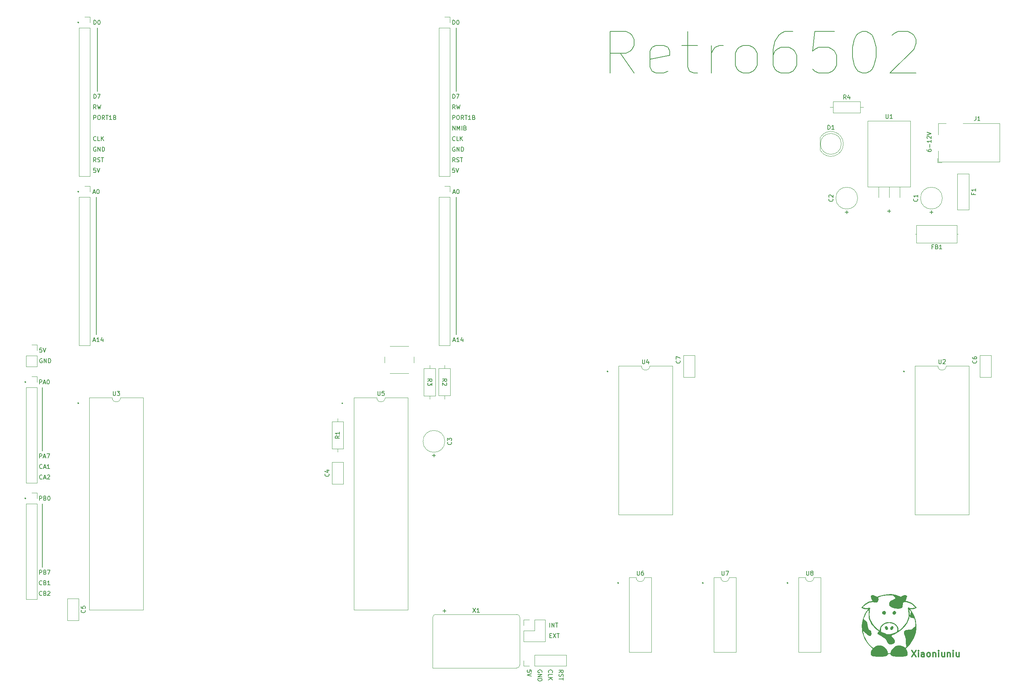
<source format=gbr>
%TF.GenerationSoftware,KiCad,Pcbnew,(5.99.0-2358-g6d8fb94d8)*%
%TF.CreationDate,2020-10-18T12:13:38+08:00*%
%TF.ProjectId,Retro6502,52657472-6f36-4353-9032-2e6b69636164,rev?*%
%TF.SameCoordinates,Original*%
%TF.FileFunction,Legend,Top*%
%TF.FilePolarity,Positive*%
%FSLAX46Y46*%
G04 Gerber Fmt 4.6, Leading zero omitted, Abs format (unit mm)*
G04 Created by KiCad (PCBNEW (5.99.0-2358-g6d8fb94d8)) date 2020-10-18 12:13:38*
%MOMM*%
%LPD*%
G01*
G04 APERTURE LIST*
%ADD10C,0.150000*%
%ADD11C,0.300000*%
%ADD12C,0.120000*%
G04 APERTURE END LIST*
D10*
X159785714Y-29923809D02*
X156452380Y-25161904D01*
X154071428Y-29923809D02*
X154071428Y-19923809D01*
X157880952Y-19923809D01*
X158833333Y-20400000D01*
X159309523Y-20876190D01*
X159785714Y-21828571D01*
X159785714Y-23257142D01*
X159309523Y-24209523D01*
X158833333Y-24685714D01*
X157880952Y-25161904D01*
X154071428Y-25161904D01*
X167880952Y-29447619D02*
X166928571Y-29923809D01*
X165023809Y-29923809D01*
X164071428Y-29447619D01*
X163595238Y-28495238D01*
X163595238Y-24685714D01*
X164071428Y-23733333D01*
X165023809Y-23257142D01*
X166928571Y-23257142D01*
X167880952Y-23733333D01*
X168357142Y-24685714D01*
X168357142Y-25638095D01*
X163595238Y-26590476D01*
X171214285Y-23257142D02*
X175023809Y-23257142D01*
X172642857Y-19923809D02*
X172642857Y-28495238D01*
X173119047Y-29447619D01*
X174071428Y-29923809D01*
X175023809Y-29923809D01*
X178357142Y-29923809D02*
X178357142Y-23257142D01*
X178357142Y-25161904D02*
X178833333Y-24209523D01*
X179309523Y-23733333D01*
X180261904Y-23257142D01*
X181214285Y-23257142D01*
X185976190Y-29923809D02*
X185023809Y-29447619D01*
X184547619Y-28971428D01*
X184071428Y-28019047D01*
X184071428Y-25161904D01*
X184547619Y-24209523D01*
X185023809Y-23733333D01*
X185976190Y-23257142D01*
X187404761Y-23257142D01*
X188357142Y-23733333D01*
X188833333Y-24209523D01*
X189309523Y-25161904D01*
X189309523Y-28019047D01*
X188833333Y-28971428D01*
X188357142Y-29447619D01*
X187404761Y-29923809D01*
X185976190Y-29923809D01*
X197880952Y-19923809D02*
X195976190Y-19923809D01*
X195023809Y-20400000D01*
X194547619Y-20876190D01*
X193595238Y-22304761D01*
X193119047Y-24209523D01*
X193119047Y-28019047D01*
X193595238Y-28971428D01*
X194071428Y-29447619D01*
X195023809Y-29923809D01*
X196928571Y-29923809D01*
X197880952Y-29447619D01*
X198357142Y-28971428D01*
X198833333Y-28019047D01*
X198833333Y-25638095D01*
X198357142Y-24685714D01*
X197880952Y-24209523D01*
X196928571Y-23733333D01*
X195023809Y-23733333D01*
X194071428Y-24209523D01*
X193595238Y-24685714D01*
X193119047Y-25638095D01*
X207880952Y-19923809D02*
X203119047Y-19923809D01*
X202642857Y-24685714D01*
X203119047Y-24209523D01*
X204071428Y-23733333D01*
X206452380Y-23733333D01*
X207404761Y-24209523D01*
X207880952Y-24685714D01*
X208357142Y-25638095D01*
X208357142Y-28019047D01*
X207880952Y-28971428D01*
X207404761Y-29447619D01*
X206452380Y-29923809D01*
X204071428Y-29923809D01*
X203119047Y-29447619D01*
X202642857Y-28971428D01*
X214547619Y-19923809D02*
X215499999Y-19923809D01*
X216452380Y-20400000D01*
X216928571Y-20876190D01*
X217404761Y-21828571D01*
X217880952Y-23733333D01*
X217880952Y-26114285D01*
X217404761Y-28019047D01*
X216928571Y-28971428D01*
X216452380Y-29447619D01*
X215499999Y-29923809D01*
X214547619Y-29923809D01*
X213595238Y-29447619D01*
X213119047Y-28971428D01*
X212642857Y-28019047D01*
X212166666Y-26114285D01*
X212166666Y-23733333D01*
X212642857Y-21828571D01*
X213119047Y-20876190D01*
X213595238Y-20400000D01*
X214547619Y-19923809D01*
X221690476Y-20876190D02*
X222166666Y-20400000D01*
X223119047Y-19923809D01*
X225500000Y-19923809D01*
X226452380Y-20400000D01*
X226928571Y-20876190D01*
X227404761Y-21828571D01*
X227404761Y-22780952D01*
X226928571Y-24209523D01*
X221214285Y-29923809D01*
X227404761Y-29923809D01*
X117094000Y-59690000D02*
X117094000Y-92710000D01*
X30734000Y-59690000D02*
X30734000Y-92710000D01*
X17780000Y-133350000D02*
X17780000Y-148590000D01*
X17780000Y-105410000D02*
X17780000Y-120650000D01*
X30988000Y-19050000D02*
X30988000Y-34290000D01*
X117094000Y-19050000D02*
X117094000Y-34290000D01*
X17764189Y-127357142D02*
X17716570Y-127404761D01*
X17573713Y-127452380D01*
X17478475Y-127452380D01*
X17335618Y-127404761D01*
X17240380Y-127309523D01*
X17192761Y-127214285D01*
X17145142Y-127023809D01*
X17145142Y-126880952D01*
X17192761Y-126690476D01*
X17240380Y-126595238D01*
X17335618Y-126500000D01*
X17478475Y-126452380D01*
X17573713Y-126452380D01*
X17716570Y-126500000D01*
X17764189Y-126547619D01*
X18145142Y-127166666D02*
X18621332Y-127166666D01*
X18049904Y-127452380D02*
X18383237Y-126452380D01*
X18716570Y-127452380D01*
X19002285Y-126547619D02*
X19049904Y-126500000D01*
X19145142Y-126452380D01*
X19383237Y-126452380D01*
X19478475Y-126500000D01*
X19526094Y-126547619D01*
X19573713Y-126642857D01*
X19573713Y-126738095D01*
X19526094Y-126880952D01*
X18954666Y-127452380D01*
X19573713Y-127452380D01*
X17764189Y-124817142D02*
X17716570Y-124864761D01*
X17573713Y-124912380D01*
X17478475Y-124912380D01*
X17335618Y-124864761D01*
X17240380Y-124769523D01*
X17192761Y-124674285D01*
X17145142Y-124483809D01*
X17145142Y-124340952D01*
X17192761Y-124150476D01*
X17240380Y-124055238D01*
X17335618Y-123960000D01*
X17478475Y-123912380D01*
X17573713Y-123912380D01*
X17716570Y-123960000D01*
X17764189Y-124007619D01*
X18145142Y-124626666D02*
X18621332Y-124626666D01*
X18049904Y-124912380D02*
X18383237Y-123912380D01*
X18716570Y-124912380D01*
X19573713Y-124912380D02*
X19002285Y-124912380D01*
X19287999Y-124912380D02*
X19287999Y-123912380D01*
X19192761Y-124055238D01*
X19097523Y-124150476D01*
X19002285Y-124198095D01*
X17692761Y-155297142D02*
X17645142Y-155344761D01*
X17502285Y-155392380D01*
X17407047Y-155392380D01*
X17264189Y-155344761D01*
X17168951Y-155249523D01*
X17121332Y-155154285D01*
X17073713Y-154963809D01*
X17073713Y-154820952D01*
X17121332Y-154630476D01*
X17168951Y-154535238D01*
X17264189Y-154440000D01*
X17407047Y-154392380D01*
X17502285Y-154392380D01*
X17645142Y-154440000D01*
X17692761Y-154487619D01*
X18454666Y-154868571D02*
X18597523Y-154916190D01*
X18645142Y-154963809D01*
X18692761Y-155059047D01*
X18692761Y-155201904D01*
X18645142Y-155297142D01*
X18597523Y-155344761D01*
X18502285Y-155392380D01*
X18121332Y-155392380D01*
X18121332Y-154392380D01*
X18454666Y-154392380D01*
X18549904Y-154440000D01*
X18597523Y-154487619D01*
X18645142Y-154582857D01*
X18645142Y-154678095D01*
X18597523Y-154773333D01*
X18549904Y-154820952D01*
X18454666Y-154868571D01*
X18121332Y-154868571D01*
X19073713Y-154487619D02*
X19121332Y-154440000D01*
X19216570Y-154392380D01*
X19454666Y-154392380D01*
X19549904Y-154440000D01*
X19597523Y-154487619D01*
X19645142Y-154582857D01*
X19645142Y-154678095D01*
X19597523Y-154820952D01*
X19026094Y-155392380D01*
X19645142Y-155392380D01*
X17692761Y-152757142D02*
X17645142Y-152804761D01*
X17502285Y-152852380D01*
X17407047Y-152852380D01*
X17264189Y-152804761D01*
X17168951Y-152709523D01*
X17121332Y-152614285D01*
X17073713Y-152423809D01*
X17073713Y-152280952D01*
X17121332Y-152090476D01*
X17168951Y-151995238D01*
X17264189Y-151900000D01*
X17407047Y-151852380D01*
X17502285Y-151852380D01*
X17645142Y-151900000D01*
X17692761Y-151947619D01*
X18454666Y-152328571D02*
X18597523Y-152376190D01*
X18645142Y-152423809D01*
X18692761Y-152519047D01*
X18692761Y-152661904D01*
X18645142Y-152757142D01*
X18597523Y-152804761D01*
X18502285Y-152852380D01*
X18121332Y-152852380D01*
X18121332Y-151852380D01*
X18454666Y-151852380D01*
X18549904Y-151900000D01*
X18597523Y-151947619D01*
X18645142Y-152042857D01*
X18645142Y-152138095D01*
X18597523Y-152233333D01*
X18549904Y-152280952D01*
X18454666Y-152328571D01*
X18121332Y-152328571D01*
X19645142Y-152852380D02*
X19073713Y-152852380D01*
X19359428Y-152852380D02*
X19359428Y-151852380D01*
X19264189Y-151995238D01*
X19168951Y-152090476D01*
X19073713Y-152138095D01*
X17121332Y-132532380D02*
X17121332Y-131532380D01*
X17502285Y-131532380D01*
X17597523Y-131580000D01*
X17645142Y-131627619D01*
X17692761Y-131722857D01*
X17692761Y-131865714D01*
X17645142Y-131960952D01*
X17597523Y-132008571D01*
X17502285Y-132056190D01*
X17121332Y-132056190D01*
X18454666Y-132008571D02*
X18597523Y-132056190D01*
X18645142Y-132103809D01*
X18692761Y-132199047D01*
X18692761Y-132341904D01*
X18645142Y-132437142D01*
X18597523Y-132484761D01*
X18502285Y-132532380D01*
X18121332Y-132532380D01*
X18121332Y-131532380D01*
X18454666Y-131532380D01*
X18549904Y-131580000D01*
X18597523Y-131627619D01*
X18645142Y-131722857D01*
X18645142Y-131818095D01*
X18597523Y-131913333D01*
X18549904Y-131960952D01*
X18454666Y-132008571D01*
X18121332Y-132008571D01*
X19311808Y-131532380D02*
X19407047Y-131532380D01*
X19502285Y-131580000D01*
X19549904Y-131627619D01*
X19597523Y-131722857D01*
X19645142Y-131913333D01*
X19645142Y-132151428D01*
X19597523Y-132341904D01*
X19549904Y-132437142D01*
X19502285Y-132484761D01*
X19407047Y-132532380D01*
X19311808Y-132532380D01*
X19216570Y-132484761D01*
X19168951Y-132437142D01*
X19121332Y-132341904D01*
X19073713Y-132151428D01*
X19073713Y-131913333D01*
X19121332Y-131722857D01*
X19168951Y-131627619D01*
X19216570Y-131580000D01*
X19311808Y-131532380D01*
X17121332Y-150312380D02*
X17121332Y-149312380D01*
X17502285Y-149312380D01*
X17597523Y-149360000D01*
X17645142Y-149407619D01*
X17692761Y-149502857D01*
X17692761Y-149645714D01*
X17645142Y-149740952D01*
X17597523Y-149788571D01*
X17502285Y-149836190D01*
X17121332Y-149836190D01*
X18454666Y-149788571D02*
X18597523Y-149836190D01*
X18645142Y-149883809D01*
X18692761Y-149979047D01*
X18692761Y-150121904D01*
X18645142Y-150217142D01*
X18597523Y-150264761D01*
X18502285Y-150312380D01*
X18121332Y-150312380D01*
X18121332Y-149312380D01*
X18454666Y-149312380D01*
X18549904Y-149360000D01*
X18597523Y-149407619D01*
X18645142Y-149502857D01*
X18645142Y-149598095D01*
X18597523Y-149693333D01*
X18549904Y-149740952D01*
X18454666Y-149788571D01*
X18121332Y-149788571D01*
X19026094Y-149312380D02*
X19692761Y-149312380D01*
X19264189Y-150312380D01*
X17121333Y-122372380D02*
X17121333Y-121372380D01*
X17502285Y-121372380D01*
X17597523Y-121420000D01*
X17645142Y-121467619D01*
X17692761Y-121562857D01*
X17692761Y-121705714D01*
X17645142Y-121800952D01*
X17597523Y-121848571D01*
X17502285Y-121896190D01*
X17121333Y-121896190D01*
X18073714Y-122086666D02*
X18549904Y-122086666D01*
X17978476Y-122372380D02*
X18311809Y-121372380D01*
X18645142Y-122372380D01*
X18883238Y-121372380D02*
X19549904Y-121372380D01*
X19121333Y-122372380D01*
X17121333Y-104592380D02*
X17121333Y-103592380D01*
X17502285Y-103592380D01*
X17597523Y-103640000D01*
X17645142Y-103687619D01*
X17692761Y-103782857D01*
X17692761Y-103925714D01*
X17645142Y-104020952D01*
X17597523Y-104068571D01*
X17502285Y-104116190D01*
X17121333Y-104116190D01*
X18073714Y-104306666D02*
X18549904Y-104306666D01*
X17978476Y-104592380D02*
X18311809Y-103592380D01*
X18645142Y-104592380D01*
X19168952Y-103592380D02*
X19264190Y-103592380D01*
X19359428Y-103640000D01*
X19407047Y-103687619D01*
X19454666Y-103782857D01*
X19502285Y-103973333D01*
X19502285Y-104211428D01*
X19454666Y-104401904D01*
X19407047Y-104497142D01*
X19359428Y-104544761D01*
X19264190Y-104592380D01*
X19168952Y-104592380D01*
X19073714Y-104544761D01*
X19026095Y-104497142D01*
X18978476Y-104401904D01*
X18930857Y-104211428D01*
X18930857Y-103973333D01*
X18978476Y-103782857D01*
X19026095Y-103687619D01*
X19073714Y-103640000D01*
X19168952Y-103592380D01*
X30051523Y-94146666D02*
X30527714Y-94146666D01*
X29956285Y-94432380D02*
X30289619Y-93432380D01*
X30622952Y-94432380D01*
X31480095Y-94432380D02*
X30908666Y-94432380D01*
X31194380Y-94432380D02*
X31194380Y-93432380D01*
X31099142Y-93575238D01*
X31003904Y-93670476D01*
X30908666Y-93718095D01*
X32337238Y-93765714D02*
X32337238Y-94432380D01*
X32099142Y-93384761D02*
X31861047Y-94099047D01*
X32480095Y-94099047D01*
X30019714Y-58586666D02*
X30495904Y-58586666D01*
X29924476Y-58872380D02*
X30257809Y-57872380D01*
X30591142Y-58872380D01*
X31114952Y-57872380D02*
X31210190Y-57872380D01*
X31305428Y-57920000D01*
X31353047Y-57967619D01*
X31400666Y-58062857D01*
X31448285Y-58253333D01*
X31448285Y-58491428D01*
X31400666Y-58681904D01*
X31353047Y-58777142D01*
X31305428Y-58824761D01*
X31210190Y-58872380D01*
X31114952Y-58872380D01*
X31019714Y-58824761D01*
X30972095Y-58777142D01*
X30924476Y-58681904D01*
X30876857Y-58491428D01*
X30876857Y-58253333D01*
X30924476Y-58062857D01*
X30972095Y-57967619D01*
X31019714Y-57920000D01*
X31114952Y-57872380D01*
X116411523Y-94146666D02*
X116887714Y-94146666D01*
X116316285Y-94432380D02*
X116649619Y-93432380D01*
X116982952Y-94432380D01*
X117840095Y-94432380D02*
X117268666Y-94432380D01*
X117554380Y-94432380D02*
X117554380Y-93432380D01*
X117459142Y-93575238D01*
X117363904Y-93670476D01*
X117268666Y-93718095D01*
X118697238Y-93765714D02*
X118697238Y-94432380D01*
X118459142Y-93384761D02*
X118221047Y-94099047D01*
X118840095Y-94099047D01*
X116379714Y-58586666D02*
X116855904Y-58586666D01*
X116284476Y-58872380D02*
X116617809Y-57872380D01*
X116951142Y-58872380D01*
X117474952Y-57872380D02*
X117570190Y-57872380D01*
X117665428Y-57920000D01*
X117713047Y-57967619D01*
X117760666Y-58062857D01*
X117808285Y-58253333D01*
X117808285Y-58491428D01*
X117760666Y-58681904D01*
X117713047Y-58777142D01*
X117665428Y-58824761D01*
X117570190Y-58872380D01*
X117474952Y-58872380D01*
X117379714Y-58824761D01*
X117332095Y-58777142D01*
X117284476Y-58681904D01*
X117236857Y-58491428D01*
X117236857Y-58253333D01*
X117284476Y-58062857D01*
X117332095Y-57967619D01*
X117379714Y-57920000D01*
X117474952Y-57872380D01*
X17676952Y-95972380D02*
X17200762Y-95972380D01*
X17153143Y-96448571D01*
X17200762Y-96400952D01*
X17296000Y-96353333D01*
X17534095Y-96353333D01*
X17629333Y-96400952D01*
X17676952Y-96448571D01*
X17724571Y-96543809D01*
X17724571Y-96781904D01*
X17676952Y-96877142D01*
X17629333Y-96924761D01*
X17534095Y-96972380D01*
X17296000Y-96972380D01*
X17200762Y-96924761D01*
X17153143Y-96877142D01*
X18010286Y-95972380D02*
X18343619Y-96972380D01*
X18676952Y-95972380D01*
X17724571Y-98560000D02*
X17629333Y-98512380D01*
X17486476Y-98512380D01*
X17343618Y-98560000D01*
X17248380Y-98655238D01*
X17200761Y-98750476D01*
X17153142Y-98940952D01*
X17153142Y-99083809D01*
X17200761Y-99274285D01*
X17248380Y-99369523D01*
X17343618Y-99464761D01*
X17486476Y-99512380D01*
X17581714Y-99512380D01*
X17724571Y-99464761D01*
X17772190Y-99417142D01*
X17772190Y-99083809D01*
X17581714Y-99083809D01*
X18200761Y-99512380D02*
X18200761Y-98512380D01*
X18772190Y-99512380D01*
X18772190Y-98512380D01*
X19248380Y-99512380D02*
X19248380Y-98512380D01*
X19486476Y-98512380D01*
X19629333Y-98560000D01*
X19724571Y-98655238D01*
X19772190Y-98750476D01*
X19819809Y-98940952D01*
X19819809Y-99083809D01*
X19772190Y-99274285D01*
X19724571Y-99369523D01*
X19629333Y-99464761D01*
X19486476Y-99512380D01*
X19248380Y-99512380D01*
X30154761Y-18232380D02*
X30154761Y-17232380D01*
X30392857Y-17232380D01*
X30535714Y-17280000D01*
X30630952Y-17375238D01*
X30678571Y-17470476D01*
X30726190Y-17660952D01*
X30726190Y-17803809D01*
X30678571Y-17994285D01*
X30630952Y-18089523D01*
X30535714Y-18184761D01*
X30392857Y-18232380D01*
X30154761Y-18232380D01*
X31345237Y-17232380D02*
X31440476Y-17232380D01*
X31535714Y-17280000D01*
X31583333Y-17327619D01*
X31630952Y-17422857D01*
X31678571Y-17613333D01*
X31678571Y-17851428D01*
X31630952Y-18041904D01*
X31583333Y-18137142D01*
X31535714Y-18184761D01*
X31440476Y-18232380D01*
X31345237Y-18232380D01*
X31249999Y-18184761D01*
X31202380Y-18137142D01*
X31154761Y-18041904D01*
X31107142Y-17851428D01*
X31107142Y-17613333D01*
X31154761Y-17422857D01*
X31202380Y-17327619D01*
X31249999Y-17280000D01*
X31345237Y-17232380D01*
X30154761Y-36012380D02*
X30154761Y-35012380D01*
X30392857Y-35012380D01*
X30535714Y-35060000D01*
X30630952Y-35155238D01*
X30678571Y-35250476D01*
X30726190Y-35440952D01*
X30726190Y-35583809D01*
X30678571Y-35774285D01*
X30630952Y-35869523D01*
X30535714Y-35964761D01*
X30392857Y-36012380D01*
X30154761Y-36012380D01*
X31059523Y-35012380D02*
X31726190Y-35012380D01*
X31297618Y-36012380D01*
X116260761Y-36012380D02*
X116260761Y-35012380D01*
X116498857Y-35012380D01*
X116641714Y-35060000D01*
X116736952Y-35155238D01*
X116784571Y-35250476D01*
X116832190Y-35440952D01*
X116832190Y-35583809D01*
X116784571Y-35774285D01*
X116736952Y-35869523D01*
X116641714Y-35964761D01*
X116498857Y-36012380D01*
X116260761Y-36012380D01*
X117165523Y-35012380D02*
X117832190Y-35012380D01*
X117403618Y-36012380D01*
X116260761Y-18232380D02*
X116260761Y-17232380D01*
X116498857Y-17232380D01*
X116641714Y-17280000D01*
X116736952Y-17375238D01*
X116784571Y-17470476D01*
X116832190Y-17660952D01*
X116832190Y-17803809D01*
X116784571Y-17994285D01*
X116736952Y-18089523D01*
X116641714Y-18184761D01*
X116498857Y-18232380D01*
X116260761Y-18232380D01*
X117451237Y-17232380D02*
X117546476Y-17232380D01*
X117641714Y-17280000D01*
X117689333Y-17327619D01*
X117736952Y-17422857D01*
X117784571Y-17613333D01*
X117784571Y-17851428D01*
X117736952Y-18041904D01*
X117689333Y-18137142D01*
X117641714Y-18184761D01*
X117546476Y-18232380D01*
X117451237Y-18232380D01*
X117355999Y-18184761D01*
X117308380Y-18137142D01*
X117260761Y-18041904D01*
X117213142Y-17851428D01*
X117213142Y-17613333D01*
X117260761Y-17422857D01*
X117308380Y-17327619D01*
X117355999Y-17280000D01*
X117451237Y-17232380D01*
X116260761Y-43632380D02*
X116260761Y-42632380D01*
X116832190Y-43632380D01*
X116832190Y-42632380D01*
X117308380Y-43632380D02*
X117308380Y-42632380D01*
X117641714Y-43346666D01*
X117975047Y-42632380D01*
X117975047Y-43632380D01*
X118451238Y-43632380D02*
X118451238Y-42632380D01*
X119260761Y-43108571D02*
X119403619Y-43156190D01*
X119451238Y-43203809D01*
X119498857Y-43299047D01*
X119498857Y-43441904D01*
X119451238Y-43537142D01*
X119403619Y-43584761D01*
X119308380Y-43632380D01*
X118927428Y-43632380D01*
X118927428Y-42632380D01*
X119260761Y-42632380D01*
X119356000Y-42680000D01*
X119403619Y-42727619D01*
X119451238Y-42822857D01*
X119451238Y-42918095D01*
X119403619Y-43013333D01*
X119356000Y-43060952D01*
X119260761Y-43108571D01*
X118927428Y-43108571D01*
X116832190Y-51252380D02*
X116498857Y-50776190D01*
X116260762Y-51252380D02*
X116260762Y-50252380D01*
X116641714Y-50252380D01*
X116736952Y-50300000D01*
X116784571Y-50347619D01*
X116832190Y-50442857D01*
X116832190Y-50585714D01*
X116784571Y-50680952D01*
X116736952Y-50728571D01*
X116641714Y-50776190D01*
X116260762Y-50776190D01*
X117213143Y-51204761D02*
X117356000Y-51252380D01*
X117594095Y-51252380D01*
X117689333Y-51204761D01*
X117736952Y-51157142D01*
X117784571Y-51061904D01*
X117784571Y-50966666D01*
X117736952Y-50871428D01*
X117689333Y-50823809D01*
X117594095Y-50776190D01*
X117403619Y-50728571D01*
X117308381Y-50680952D01*
X117260762Y-50633333D01*
X117213143Y-50538095D01*
X117213143Y-50442857D01*
X117260762Y-50347619D01*
X117308381Y-50300000D01*
X117403619Y-50252380D01*
X117641714Y-50252380D01*
X117784571Y-50300000D01*
X118070286Y-50252380D02*
X118641714Y-50252380D01*
X118356000Y-51252380D02*
X118356000Y-50252380D01*
X116832190Y-46077142D02*
X116784571Y-46124761D01*
X116641714Y-46172380D01*
X116546476Y-46172380D01*
X116403619Y-46124761D01*
X116308381Y-46029523D01*
X116260762Y-45934285D01*
X116213143Y-45743809D01*
X116213143Y-45600952D01*
X116260762Y-45410476D01*
X116308381Y-45315238D01*
X116403619Y-45220000D01*
X116546476Y-45172380D01*
X116641714Y-45172380D01*
X116784571Y-45220000D01*
X116832190Y-45267619D01*
X117736952Y-46172380D02*
X117260762Y-46172380D01*
X117260762Y-45172380D01*
X118070286Y-46172380D02*
X118070286Y-45172380D01*
X118641714Y-46172380D02*
X118213143Y-45600952D01*
X118641714Y-45172380D02*
X118070286Y-45743809D01*
X116260761Y-41092380D02*
X116260761Y-40092380D01*
X116641714Y-40092380D01*
X116736952Y-40140000D01*
X116784571Y-40187619D01*
X116832190Y-40282857D01*
X116832190Y-40425714D01*
X116784571Y-40520952D01*
X116736952Y-40568571D01*
X116641714Y-40616190D01*
X116260761Y-40616190D01*
X117451238Y-40092380D02*
X117641714Y-40092380D01*
X117736952Y-40140000D01*
X117832190Y-40235238D01*
X117879809Y-40425714D01*
X117879809Y-40759047D01*
X117832190Y-40949523D01*
X117736952Y-41044761D01*
X117641714Y-41092380D01*
X117451238Y-41092380D01*
X117355999Y-41044761D01*
X117260761Y-40949523D01*
X117213142Y-40759047D01*
X117213142Y-40425714D01*
X117260761Y-40235238D01*
X117355999Y-40140000D01*
X117451238Y-40092380D01*
X118879809Y-41092380D02*
X118546476Y-40616190D01*
X118308380Y-41092380D02*
X118308380Y-40092380D01*
X118689333Y-40092380D01*
X118784571Y-40140000D01*
X118832190Y-40187619D01*
X118879809Y-40282857D01*
X118879809Y-40425714D01*
X118832190Y-40520952D01*
X118784571Y-40568571D01*
X118689333Y-40616190D01*
X118308380Y-40616190D01*
X119165523Y-40092380D02*
X119736952Y-40092380D01*
X119451238Y-41092380D02*
X119451238Y-40092380D01*
X120594095Y-41092380D02*
X120022666Y-41092380D01*
X120308380Y-41092380D02*
X120308380Y-40092380D01*
X120213142Y-40235238D01*
X120117904Y-40330476D01*
X120022666Y-40378095D01*
X121355999Y-40568571D02*
X121498857Y-40616190D01*
X121546476Y-40663809D01*
X121594095Y-40759047D01*
X121594095Y-40901904D01*
X121546476Y-40997142D01*
X121498857Y-41044761D01*
X121403619Y-41092380D01*
X121022666Y-41092380D01*
X121022666Y-40092380D01*
X121355999Y-40092380D01*
X121451238Y-40140000D01*
X121498857Y-40187619D01*
X121546476Y-40282857D01*
X121546476Y-40378095D01*
X121498857Y-40473333D01*
X121451238Y-40520952D01*
X121355999Y-40568571D01*
X121022666Y-40568571D01*
X116736952Y-52792380D02*
X116260762Y-52792380D01*
X116213143Y-53268571D01*
X116260762Y-53220952D01*
X116356000Y-53173333D01*
X116594095Y-53173333D01*
X116689333Y-53220952D01*
X116736952Y-53268571D01*
X116784571Y-53363809D01*
X116784571Y-53601904D01*
X116736952Y-53697142D01*
X116689333Y-53744761D01*
X116594095Y-53792380D01*
X116356000Y-53792380D01*
X116260762Y-53744761D01*
X116213143Y-53697142D01*
X117070286Y-52792380D02*
X117403619Y-53792380D01*
X117736952Y-52792380D01*
X116784571Y-47760000D02*
X116689333Y-47712380D01*
X116546476Y-47712380D01*
X116403618Y-47760000D01*
X116308380Y-47855238D01*
X116260761Y-47950476D01*
X116213142Y-48140952D01*
X116213142Y-48283809D01*
X116260761Y-48474285D01*
X116308380Y-48569523D01*
X116403618Y-48664761D01*
X116546476Y-48712380D01*
X116641714Y-48712380D01*
X116784571Y-48664761D01*
X116832190Y-48617142D01*
X116832190Y-48283809D01*
X116641714Y-48283809D01*
X117260761Y-48712380D02*
X117260761Y-47712380D01*
X117832190Y-48712380D01*
X117832190Y-47712380D01*
X118308380Y-48712380D02*
X118308380Y-47712380D01*
X118546476Y-47712380D01*
X118689333Y-47760000D01*
X118784571Y-47855238D01*
X118832190Y-47950476D01*
X118879809Y-48140952D01*
X118879809Y-48283809D01*
X118832190Y-48474285D01*
X118784571Y-48569523D01*
X118689333Y-48664761D01*
X118546476Y-48712380D01*
X118308380Y-48712380D01*
X116832190Y-38552380D02*
X116498856Y-38076190D01*
X116260761Y-38552380D02*
X116260761Y-37552380D01*
X116641714Y-37552380D01*
X116736952Y-37600000D01*
X116784571Y-37647619D01*
X116832190Y-37742857D01*
X116832190Y-37885714D01*
X116784571Y-37980952D01*
X116736952Y-38028571D01*
X116641714Y-38076190D01*
X116260761Y-38076190D01*
X117165523Y-37552380D02*
X117403618Y-38552380D01*
X117594095Y-37838095D01*
X117784571Y-38552380D01*
X118022666Y-37552380D01*
X30123142Y-41092380D02*
X30123142Y-40092380D01*
X30504095Y-40092380D01*
X30599333Y-40140000D01*
X30646952Y-40187619D01*
X30694571Y-40282857D01*
X30694571Y-40425714D01*
X30646952Y-40520952D01*
X30599333Y-40568571D01*
X30504095Y-40616190D01*
X30123142Y-40616190D01*
X31313619Y-40092380D02*
X31504095Y-40092380D01*
X31599333Y-40140000D01*
X31694571Y-40235238D01*
X31742190Y-40425714D01*
X31742190Y-40759047D01*
X31694571Y-40949523D01*
X31599333Y-41044761D01*
X31504095Y-41092380D01*
X31313619Y-41092380D01*
X31218380Y-41044761D01*
X31123142Y-40949523D01*
X31075523Y-40759047D01*
X31075523Y-40425714D01*
X31123142Y-40235238D01*
X31218380Y-40140000D01*
X31313619Y-40092380D01*
X32742190Y-41092380D02*
X32408857Y-40616190D01*
X32170761Y-41092380D02*
X32170761Y-40092380D01*
X32551714Y-40092380D01*
X32646952Y-40140000D01*
X32694571Y-40187619D01*
X32742190Y-40282857D01*
X32742190Y-40425714D01*
X32694571Y-40520952D01*
X32646952Y-40568571D01*
X32551714Y-40616190D01*
X32170761Y-40616190D01*
X33027904Y-40092380D02*
X33599333Y-40092380D01*
X33313619Y-41092380D02*
X33313619Y-40092380D01*
X34456476Y-41092380D02*
X33885047Y-41092380D01*
X34170761Y-41092380D02*
X34170761Y-40092380D01*
X34075523Y-40235238D01*
X33980285Y-40330476D01*
X33885047Y-40378095D01*
X35218380Y-40568571D02*
X35361238Y-40616190D01*
X35408857Y-40663809D01*
X35456476Y-40759047D01*
X35456476Y-40901904D01*
X35408857Y-40997142D01*
X35361238Y-41044761D01*
X35266000Y-41092380D01*
X34885047Y-41092380D01*
X34885047Y-40092380D01*
X35218380Y-40092380D01*
X35313619Y-40140000D01*
X35361238Y-40187619D01*
X35408857Y-40282857D01*
X35408857Y-40378095D01*
X35361238Y-40473333D01*
X35313619Y-40520952D01*
X35218380Y-40568571D01*
X34885047Y-40568571D01*
X30694571Y-38552380D02*
X30361237Y-38076190D01*
X30123142Y-38552380D02*
X30123142Y-37552380D01*
X30504095Y-37552380D01*
X30599333Y-37600000D01*
X30646952Y-37647619D01*
X30694571Y-37742857D01*
X30694571Y-37885714D01*
X30646952Y-37980952D01*
X30599333Y-38028571D01*
X30504095Y-38076190D01*
X30123142Y-38076190D01*
X31027904Y-37552380D02*
X31265999Y-38552380D01*
X31456476Y-37838095D01*
X31646952Y-38552380D01*
X31885047Y-37552380D01*
X30694571Y-46077142D02*
X30646952Y-46124761D01*
X30504095Y-46172380D01*
X30408857Y-46172380D01*
X30266000Y-46124761D01*
X30170762Y-46029523D01*
X30123143Y-45934285D01*
X30075524Y-45743809D01*
X30075524Y-45600952D01*
X30123143Y-45410476D01*
X30170762Y-45315238D01*
X30266000Y-45220000D01*
X30408857Y-45172380D01*
X30504095Y-45172380D01*
X30646952Y-45220000D01*
X30694571Y-45267619D01*
X31599333Y-46172380D02*
X31123143Y-46172380D01*
X31123143Y-45172380D01*
X31932667Y-46172380D02*
X31932667Y-45172380D01*
X32504095Y-46172380D02*
X32075524Y-45600952D01*
X32504095Y-45172380D02*
X31932667Y-45743809D01*
X30694571Y-51252380D02*
X30361238Y-50776190D01*
X30123143Y-51252380D02*
X30123143Y-50252380D01*
X30504095Y-50252380D01*
X30599333Y-50300000D01*
X30646952Y-50347619D01*
X30694571Y-50442857D01*
X30694571Y-50585714D01*
X30646952Y-50680952D01*
X30599333Y-50728571D01*
X30504095Y-50776190D01*
X30123143Y-50776190D01*
X31075524Y-51204761D02*
X31218381Y-51252380D01*
X31456476Y-51252380D01*
X31551714Y-51204761D01*
X31599333Y-51157142D01*
X31646952Y-51061904D01*
X31646952Y-50966666D01*
X31599333Y-50871428D01*
X31551714Y-50823809D01*
X31456476Y-50776190D01*
X31266000Y-50728571D01*
X31170762Y-50680952D01*
X31123143Y-50633333D01*
X31075524Y-50538095D01*
X31075524Y-50442857D01*
X31123143Y-50347619D01*
X31170762Y-50300000D01*
X31266000Y-50252380D01*
X31504095Y-50252380D01*
X31646952Y-50300000D01*
X31932667Y-50252380D02*
X32504095Y-50252380D01*
X32218381Y-51252380D02*
X32218381Y-50252380D01*
X30646952Y-47760000D02*
X30551714Y-47712380D01*
X30408857Y-47712380D01*
X30265999Y-47760000D01*
X30170761Y-47855238D01*
X30123142Y-47950476D01*
X30075523Y-48140952D01*
X30075523Y-48283809D01*
X30123142Y-48474285D01*
X30170761Y-48569523D01*
X30265999Y-48664761D01*
X30408857Y-48712380D01*
X30504095Y-48712380D01*
X30646952Y-48664761D01*
X30694571Y-48617142D01*
X30694571Y-48283809D01*
X30504095Y-48283809D01*
X31123142Y-48712380D02*
X31123142Y-47712380D01*
X31694571Y-48712380D01*
X31694571Y-47712380D01*
X32170761Y-48712380D02*
X32170761Y-47712380D01*
X32408857Y-47712380D01*
X32551714Y-47760000D01*
X32646952Y-47855238D01*
X32694571Y-47950476D01*
X32742190Y-48140952D01*
X32742190Y-48283809D01*
X32694571Y-48474285D01*
X32646952Y-48569523D01*
X32551714Y-48664761D01*
X32408857Y-48712380D01*
X32170761Y-48712380D01*
X30599333Y-52792380D02*
X30123143Y-52792380D01*
X30075524Y-53268571D01*
X30123143Y-53220952D01*
X30218381Y-53173333D01*
X30456476Y-53173333D01*
X30551714Y-53220952D01*
X30599333Y-53268571D01*
X30646952Y-53363809D01*
X30646952Y-53601904D01*
X30599333Y-53697142D01*
X30551714Y-53744761D01*
X30456476Y-53792380D01*
X30218381Y-53792380D01*
X30123143Y-53744761D01*
X30075524Y-53697142D01*
X30932667Y-52792380D02*
X31266000Y-53792380D01*
X31599333Y-52792380D01*
X230084380Y-48291523D02*
X230084380Y-48482000D01*
X230132000Y-48577238D01*
X230179619Y-48624857D01*
X230322476Y-48720095D01*
X230512952Y-48767714D01*
X230893904Y-48767714D01*
X230989142Y-48720095D01*
X231036761Y-48672476D01*
X231084380Y-48577238D01*
X231084380Y-48386761D01*
X231036761Y-48291523D01*
X230989142Y-48243904D01*
X230893904Y-48196285D01*
X230655809Y-48196285D01*
X230560571Y-48243904D01*
X230512952Y-48291523D01*
X230465333Y-48386761D01*
X230465333Y-48577238D01*
X230512952Y-48672476D01*
X230560571Y-48720095D01*
X230655809Y-48767714D01*
X230703428Y-47767714D02*
X230703428Y-47005809D01*
X231084380Y-46005809D02*
X231084380Y-46577238D01*
X231084380Y-46291523D02*
X230084380Y-46291523D01*
X230227238Y-46386761D01*
X230322476Y-46482000D01*
X230370095Y-46577238D01*
X230179619Y-45624857D02*
X230132000Y-45577238D01*
X230084380Y-45482000D01*
X230084380Y-45243904D01*
X230132000Y-45148666D01*
X230179619Y-45101047D01*
X230274857Y-45053428D01*
X230370095Y-45053428D01*
X230512952Y-45101047D01*
X231084380Y-45672476D01*
X231084380Y-45053428D01*
X230084380Y-44767714D02*
X231084380Y-44434380D01*
X230084380Y-44101047D01*
X141787619Y-173902761D02*
X142263809Y-173569428D01*
X141787619Y-173331333D02*
X142787619Y-173331333D01*
X142787619Y-173712285D01*
X142740000Y-173807523D01*
X142692380Y-173855142D01*
X142597142Y-173902761D01*
X142454285Y-173902761D01*
X142359047Y-173855142D01*
X142311428Y-173807523D01*
X142263809Y-173712285D01*
X142263809Y-173331333D01*
X141835238Y-174283714D02*
X141787619Y-174426571D01*
X141787619Y-174664666D01*
X141835238Y-174759904D01*
X141882857Y-174807523D01*
X141978095Y-174855142D01*
X142073333Y-174855142D01*
X142168571Y-174807523D01*
X142216190Y-174759904D01*
X142263809Y-174664666D01*
X142311428Y-174474190D01*
X142359047Y-174378952D01*
X142406666Y-174331333D01*
X142501904Y-174283714D01*
X142597142Y-174283714D01*
X142692380Y-174331333D01*
X142740000Y-174378952D01*
X142787619Y-174474190D01*
X142787619Y-174712285D01*
X142740000Y-174855142D01*
X142787619Y-175140857D02*
X142787619Y-175712285D01*
X141787619Y-175426571D02*
X142787619Y-175426571D01*
X139342857Y-173902761D02*
X139295238Y-173855142D01*
X139247619Y-173712285D01*
X139247619Y-173617047D01*
X139295238Y-173474190D01*
X139390476Y-173378952D01*
X139485714Y-173331333D01*
X139676190Y-173283714D01*
X139819047Y-173283714D01*
X140009523Y-173331333D01*
X140104761Y-173378952D01*
X140200000Y-173474190D01*
X140247619Y-173617047D01*
X140247619Y-173712285D01*
X140200000Y-173855142D01*
X140152380Y-173902761D01*
X139247619Y-174807523D02*
X139247619Y-174331333D01*
X140247619Y-174331333D01*
X139247619Y-175140857D02*
X140247619Y-175140857D01*
X139247619Y-175712285D02*
X139819047Y-175283714D01*
X140247619Y-175712285D02*
X139676190Y-175140857D01*
X137660000Y-173855142D02*
X137707619Y-173759904D01*
X137707619Y-173617047D01*
X137660000Y-173474189D01*
X137564761Y-173378951D01*
X137469523Y-173331332D01*
X137279047Y-173283713D01*
X137136190Y-173283713D01*
X136945714Y-173331332D01*
X136850476Y-173378951D01*
X136755238Y-173474189D01*
X136707619Y-173617047D01*
X136707619Y-173712285D01*
X136755238Y-173855142D01*
X136802857Y-173902761D01*
X137136190Y-173902761D01*
X137136190Y-173712285D01*
X136707619Y-174331332D02*
X137707619Y-174331332D01*
X136707619Y-174902761D01*
X137707619Y-174902761D01*
X136707619Y-175378951D02*
X137707619Y-175378951D01*
X137707619Y-175617047D01*
X137660000Y-175759904D01*
X137564761Y-175855142D01*
X137469523Y-175902761D01*
X137279047Y-175950380D01*
X137136190Y-175950380D01*
X136945714Y-175902761D01*
X136850476Y-175855142D01*
X136755238Y-175759904D01*
X136707619Y-175617047D01*
X136707619Y-175378951D01*
X135167619Y-173807523D02*
X135167619Y-173331333D01*
X134691428Y-173283714D01*
X134739047Y-173331333D01*
X134786666Y-173426571D01*
X134786666Y-173664666D01*
X134739047Y-173759904D01*
X134691428Y-173807523D01*
X134596190Y-173855142D01*
X134358095Y-173855142D01*
X134262857Y-173807523D01*
X134215238Y-173759904D01*
X134167619Y-173664666D01*
X134167619Y-173426571D01*
X134215238Y-173331333D01*
X134262857Y-173283714D01*
X135167619Y-174140857D02*
X134167619Y-174474190D01*
X135167619Y-174807523D01*
X139557238Y-165028571D02*
X139890571Y-165028571D01*
X140033428Y-165552380D02*
X139557238Y-165552380D01*
X139557238Y-164552380D01*
X140033428Y-164552380D01*
X140366762Y-164552380D02*
X141033428Y-165552380D01*
X141033428Y-164552380D02*
X140366762Y-165552380D01*
X141271524Y-164552380D02*
X141842952Y-164552380D01*
X141557238Y-165552380D02*
X141557238Y-164552380D01*
X139557238Y-163012380D02*
X139557238Y-162012380D01*
X140033428Y-163012380D02*
X140033428Y-162012380D01*
X140604857Y-163012380D01*
X140604857Y-162012380D01*
X140938190Y-162012380D02*
X141509619Y-162012380D01*
X141223904Y-163012380D02*
X141223904Y-162012380D01*
X220599047Y-63063428D02*
X221360952Y-63063428D01*
X220980000Y-63444380D02*
X220980000Y-62682476D01*
X26557421Y-17780000D02*
G75*
G03*
X26557421Y-17780000I-141421J0D01*
G01*
X26557421Y-58420000D02*
G75*
G03*
X26557421Y-58420000I-141421J0D01*
G01*
X13857421Y-104140000D02*
G75*
G03*
X13857421Y-104140000I-141421J0D01*
G01*
X13857421Y-132080000D02*
G75*
G03*
X13857421Y-132080000I-141421J0D01*
G01*
X230759047Y-63317428D02*
X231520952Y-63317428D01*
X231140000Y-63698380D02*
X231140000Y-62936476D01*
X210439047Y-63317428D02*
X211200952Y-63317428D01*
X210820000Y-63698380D02*
X210820000Y-62936476D01*
X111379047Y-121737428D02*
X112140952Y-121737428D01*
X111760000Y-122118380D02*
X111760000Y-121356476D01*
X113919047Y-159075428D02*
X114680952Y-159075428D01*
X114300000Y-159456380D02*
X114300000Y-158694476D01*
X196737421Y-152400000D02*
G75*
G03*
X196737421Y-152400000I-141421J0D01*
G01*
X176417421Y-152400000D02*
G75*
G03*
X176417421Y-152400000I-141421J0D01*
G01*
X156097421Y-152400000D02*
G75*
G03*
X156097421Y-152400000I-141421J0D01*
G01*
X26557421Y-109220000D02*
G75*
G03*
X26557421Y-109220000I-141421J0D01*
G01*
X224677421Y-101600000D02*
G75*
G03*
X224677421Y-101600000I-141421J0D01*
G01*
X153557421Y-101600000D02*
G75*
G03*
X153557421Y-101600000I-141421J0D01*
G01*
X89916000Y-109220000D02*
G75*
G03*
X89916000Y-109220000I-141421J0D01*
G01*
%TO.C,U4*%
X161798095Y-98722380D02*
X161798095Y-99531904D01*
X161845714Y-99627142D01*
X161893333Y-99674761D01*
X161988571Y-99722380D01*
X162179047Y-99722380D01*
X162274285Y-99674761D01*
X162321904Y-99627142D01*
X162369523Y-99531904D01*
X162369523Y-98722380D01*
X163274285Y-99055714D02*
X163274285Y-99722380D01*
X163036190Y-98674761D02*
X162798095Y-99389047D01*
X163417142Y-99389047D01*
%TO.C,U2*%
X232918095Y-98722380D02*
X232918095Y-99531904D01*
X232965714Y-99627142D01*
X233013333Y-99674761D01*
X233108571Y-99722380D01*
X233299047Y-99722380D01*
X233394285Y-99674761D01*
X233441904Y-99627142D01*
X233489523Y-99531904D01*
X233489523Y-98722380D01*
X233918095Y-98817619D02*
X233965714Y-98770000D01*
X234060952Y-98722380D01*
X234299047Y-98722380D01*
X234394285Y-98770000D01*
X234441904Y-98817619D01*
X234489523Y-98912857D01*
X234489523Y-99008095D01*
X234441904Y-99150952D01*
X233870476Y-99722380D01*
X234489523Y-99722380D01*
%TO.C,C3*%
X115927142Y-118546666D02*
X115974761Y-118594285D01*
X116022380Y-118737142D01*
X116022380Y-118832380D01*
X115974761Y-118975238D01*
X115879523Y-119070476D01*
X115784285Y-119118095D01*
X115593809Y-119165714D01*
X115450952Y-119165714D01*
X115260476Y-119118095D01*
X115165238Y-119070476D01*
X115070000Y-118975238D01*
X115022380Y-118832380D01*
X115022380Y-118737142D01*
X115070000Y-118594285D01*
X115117619Y-118546666D01*
X115022380Y-118213333D02*
X115022380Y-117594285D01*
X115403333Y-117927619D01*
X115403333Y-117784761D01*
X115450952Y-117689523D01*
X115498571Y-117641904D01*
X115593809Y-117594285D01*
X115831904Y-117594285D01*
X115927142Y-117641904D01*
X115974761Y-117689523D01*
X116022380Y-117784761D01*
X116022380Y-118070476D01*
X115974761Y-118165714D01*
X115927142Y-118213333D01*
%TO.C,U8*%
X201168095Y-149522380D02*
X201168095Y-150331904D01*
X201215714Y-150427142D01*
X201263333Y-150474761D01*
X201358571Y-150522380D01*
X201549047Y-150522380D01*
X201644285Y-150474761D01*
X201691904Y-150427142D01*
X201739523Y-150331904D01*
X201739523Y-149522380D01*
X202358571Y-149950952D02*
X202263333Y-149903333D01*
X202215714Y-149855714D01*
X202168095Y-149760476D01*
X202168095Y-149712857D01*
X202215714Y-149617619D01*
X202263333Y-149570000D01*
X202358571Y-149522380D01*
X202549047Y-149522380D01*
X202644285Y-149570000D01*
X202691904Y-149617619D01*
X202739523Y-149712857D01*
X202739523Y-149760476D01*
X202691904Y-149855714D01*
X202644285Y-149903333D01*
X202549047Y-149950952D01*
X202358571Y-149950952D01*
X202263333Y-149998571D01*
X202215714Y-150046190D01*
X202168095Y-150141428D01*
X202168095Y-150331904D01*
X202215714Y-150427142D01*
X202263333Y-150474761D01*
X202358571Y-150522380D01*
X202549047Y-150522380D01*
X202644285Y-150474761D01*
X202691904Y-150427142D01*
X202739523Y-150331904D01*
X202739523Y-150141428D01*
X202691904Y-150046190D01*
X202644285Y-149998571D01*
X202549047Y-149950952D01*
%TO.C,U3*%
X34798095Y-106342380D02*
X34798095Y-107151904D01*
X34845714Y-107247142D01*
X34893333Y-107294761D01*
X34988571Y-107342380D01*
X35179047Y-107342380D01*
X35274285Y-107294761D01*
X35321904Y-107247142D01*
X35369523Y-107151904D01*
X35369523Y-106342380D01*
X35750476Y-106342380D02*
X36369523Y-106342380D01*
X36036190Y-106723333D01*
X36179047Y-106723333D01*
X36274285Y-106770952D01*
X36321904Y-106818571D01*
X36369523Y-106913809D01*
X36369523Y-107151904D01*
X36321904Y-107247142D01*
X36274285Y-107294761D01*
X36179047Y-107342380D01*
X35893333Y-107342380D01*
X35798095Y-107294761D01*
X35750476Y-107247142D01*
D11*
%TO.C,Xiaoniuniu*%
X226422857Y-168583428D02*
X227438857Y-170107428D01*
X227438857Y-168583428D02*
X226422857Y-170107428D01*
X228019428Y-170107428D02*
X228019428Y-169091428D01*
X228019428Y-168583428D02*
X227946857Y-168656000D01*
X228019428Y-168728571D01*
X228092000Y-168656000D01*
X228019428Y-168583428D01*
X228019428Y-168728571D01*
X229398285Y-170107428D02*
X229398285Y-169309142D01*
X229325714Y-169164000D01*
X229180571Y-169091428D01*
X228890285Y-169091428D01*
X228745142Y-169164000D01*
X229398285Y-170034857D02*
X229253142Y-170107428D01*
X228890285Y-170107428D01*
X228745142Y-170034857D01*
X228672571Y-169889714D01*
X228672571Y-169744571D01*
X228745142Y-169599428D01*
X228890285Y-169526857D01*
X229253142Y-169526857D01*
X229398285Y-169454285D01*
X230341714Y-170107428D02*
X230196571Y-170034857D01*
X230124000Y-169962285D01*
X230051428Y-169817142D01*
X230051428Y-169381714D01*
X230124000Y-169236571D01*
X230196571Y-169164000D01*
X230341714Y-169091428D01*
X230559428Y-169091428D01*
X230704571Y-169164000D01*
X230777142Y-169236571D01*
X230849714Y-169381714D01*
X230849714Y-169817142D01*
X230777142Y-169962285D01*
X230704571Y-170034857D01*
X230559428Y-170107428D01*
X230341714Y-170107428D01*
X231502857Y-169091428D02*
X231502857Y-170107428D01*
X231502857Y-169236571D02*
X231575428Y-169164000D01*
X231720571Y-169091428D01*
X231938285Y-169091428D01*
X232083428Y-169164000D01*
X232156000Y-169309142D01*
X232156000Y-170107428D01*
X232881714Y-170107428D02*
X232881714Y-169091428D01*
X232881714Y-168583428D02*
X232809142Y-168656000D01*
X232881714Y-168728571D01*
X232954285Y-168656000D01*
X232881714Y-168583428D01*
X232881714Y-168728571D01*
X234260571Y-169091428D02*
X234260571Y-170107428D01*
X233607428Y-169091428D02*
X233607428Y-169889714D01*
X233680000Y-170034857D01*
X233825142Y-170107428D01*
X234042857Y-170107428D01*
X234188000Y-170034857D01*
X234260571Y-169962285D01*
X234986285Y-169091428D02*
X234986285Y-170107428D01*
X234986285Y-169236571D02*
X235058857Y-169164000D01*
X235204000Y-169091428D01*
X235421714Y-169091428D01*
X235566857Y-169164000D01*
X235639428Y-169309142D01*
X235639428Y-170107428D01*
X236365142Y-170107428D02*
X236365142Y-169091428D01*
X236365142Y-168583428D02*
X236292571Y-168656000D01*
X236365142Y-168728571D01*
X236437714Y-168656000D01*
X236365142Y-168583428D01*
X236365142Y-168728571D01*
X237744000Y-169091428D02*
X237744000Y-170107428D01*
X237090857Y-169091428D02*
X237090857Y-169889714D01*
X237163428Y-170034857D01*
X237308571Y-170107428D01*
X237526285Y-170107428D01*
X237671428Y-170034857D01*
X237744000Y-169962285D01*
D10*
%TO.C,X1*%
X121110476Y-158456380D02*
X121777142Y-159456380D01*
X121777142Y-158456380D02*
X121110476Y-159456380D01*
X122681904Y-159456380D02*
X122110476Y-159456380D01*
X122396190Y-159456380D02*
X122396190Y-158456380D01*
X122300952Y-158599238D01*
X122205714Y-158694476D01*
X122110476Y-158742095D01*
%TO.C,U7*%
X180848095Y-149522380D02*
X180848095Y-150331904D01*
X180895714Y-150427142D01*
X180943333Y-150474761D01*
X181038571Y-150522380D01*
X181229047Y-150522380D01*
X181324285Y-150474761D01*
X181371904Y-150427142D01*
X181419523Y-150331904D01*
X181419523Y-149522380D01*
X181800476Y-149522380D02*
X182467142Y-149522380D01*
X182038571Y-150522380D01*
%TO.C,U6*%
X160528095Y-149522380D02*
X160528095Y-150331904D01*
X160575714Y-150427142D01*
X160623333Y-150474761D01*
X160718571Y-150522380D01*
X160909047Y-150522380D01*
X161004285Y-150474761D01*
X161051904Y-150427142D01*
X161099523Y-150331904D01*
X161099523Y-149522380D01*
X162004285Y-149522380D02*
X161813809Y-149522380D01*
X161718571Y-149570000D01*
X161670952Y-149617619D01*
X161575714Y-149760476D01*
X161528095Y-149950952D01*
X161528095Y-150331904D01*
X161575714Y-150427142D01*
X161623333Y-150474761D01*
X161718571Y-150522380D01*
X161909047Y-150522380D01*
X162004285Y-150474761D01*
X162051904Y-150427142D01*
X162099523Y-150331904D01*
X162099523Y-150093809D01*
X162051904Y-149998571D01*
X162004285Y-149950952D01*
X161909047Y-149903333D01*
X161718571Y-149903333D01*
X161623333Y-149950952D01*
X161575714Y-149998571D01*
X161528095Y-150093809D01*
%TO.C,U5*%
X98298095Y-106342380D02*
X98298095Y-107151904D01*
X98345714Y-107247142D01*
X98393333Y-107294761D01*
X98488571Y-107342380D01*
X98679047Y-107342380D01*
X98774285Y-107294761D01*
X98821904Y-107247142D01*
X98869523Y-107151904D01*
X98869523Y-106342380D01*
X99821904Y-106342380D02*
X99345714Y-106342380D01*
X99298095Y-106818571D01*
X99345714Y-106770952D01*
X99440952Y-106723333D01*
X99679047Y-106723333D01*
X99774285Y-106770952D01*
X99821904Y-106818571D01*
X99869523Y-106913809D01*
X99869523Y-107151904D01*
X99821904Y-107247142D01*
X99774285Y-107294761D01*
X99679047Y-107342380D01*
X99440952Y-107342380D01*
X99345714Y-107294761D01*
X99298095Y-107247142D01*
%TO.C,U1*%
X220218095Y-39832380D02*
X220218095Y-40641904D01*
X220265714Y-40737142D01*
X220313333Y-40784761D01*
X220408571Y-40832380D01*
X220599047Y-40832380D01*
X220694285Y-40784761D01*
X220741904Y-40737142D01*
X220789523Y-40641904D01*
X220789523Y-39832380D01*
X221789523Y-40832380D02*
X221218095Y-40832380D01*
X221503809Y-40832380D02*
X221503809Y-39832380D01*
X221408571Y-39975238D01*
X221313333Y-40070476D01*
X221218095Y-40118095D01*
%TO.C,R4*%
X210653333Y-36182380D02*
X210320000Y-35706190D01*
X210081904Y-36182380D02*
X210081904Y-35182380D01*
X210462857Y-35182380D01*
X210558095Y-35230000D01*
X210605714Y-35277619D01*
X210653333Y-35372857D01*
X210653333Y-35515714D01*
X210605714Y-35610952D01*
X210558095Y-35658571D01*
X210462857Y-35706190D01*
X210081904Y-35706190D01*
X211510476Y-35515714D02*
X211510476Y-36182380D01*
X211272380Y-35134761D02*
X211034285Y-35849047D01*
X211653333Y-35849047D01*
%TO.C,R3*%
X110291619Y-103995663D02*
X110767809Y-103662330D01*
X110291619Y-103424234D02*
X111291619Y-103424234D01*
X111291619Y-103805187D01*
X111244000Y-103900425D01*
X111196380Y-103948044D01*
X111101142Y-103995663D01*
X110958285Y-103995663D01*
X110863047Y-103948044D01*
X110815428Y-103900425D01*
X110767809Y-103805187D01*
X110767809Y-103424234D01*
X111291619Y-104328996D02*
X111291619Y-104948044D01*
X110910666Y-104614710D01*
X110910666Y-104757568D01*
X110863047Y-104852806D01*
X110815428Y-104900425D01*
X110720190Y-104948044D01*
X110482095Y-104948044D01*
X110386857Y-104900425D01*
X110339238Y-104852806D01*
X110291619Y-104757568D01*
X110291619Y-104471853D01*
X110339238Y-104376615D01*
X110386857Y-104328996D01*
%TO.C,R2*%
X113847619Y-103973333D02*
X114323809Y-103640000D01*
X113847619Y-103401904D02*
X114847619Y-103401904D01*
X114847619Y-103782857D01*
X114800000Y-103878095D01*
X114752380Y-103925714D01*
X114657142Y-103973333D01*
X114514285Y-103973333D01*
X114419047Y-103925714D01*
X114371428Y-103878095D01*
X114323809Y-103782857D01*
X114323809Y-103401904D01*
X114752380Y-104354285D02*
X114800000Y-104401904D01*
X114847619Y-104497142D01*
X114847619Y-104735238D01*
X114800000Y-104830476D01*
X114752380Y-104878095D01*
X114657142Y-104925714D01*
X114561904Y-104925714D01*
X114419047Y-104878095D01*
X113847619Y-104306666D01*
X113847619Y-104925714D01*
%TO.C,R1*%
X89115380Y-117062497D02*
X88639190Y-117395831D01*
X89115380Y-117633926D02*
X88115380Y-117633926D01*
X88115380Y-117252973D01*
X88163000Y-117157735D01*
X88210619Y-117110116D01*
X88305857Y-117062497D01*
X88448714Y-117062497D01*
X88543952Y-117110116D01*
X88591571Y-117157735D01*
X88639190Y-117252973D01*
X88639190Y-117633926D01*
X89115380Y-116110116D02*
X89115380Y-116681545D01*
X89115380Y-116395831D02*
X88115380Y-116395831D01*
X88258238Y-116491069D01*
X88353476Y-116586307D01*
X88401095Y-116681545D01*
%TO.C,J1*%
X241796666Y-40324050D02*
X241796666Y-41038336D01*
X241749047Y-41181193D01*
X241653809Y-41276431D01*
X241510952Y-41324050D01*
X241415714Y-41324050D01*
X242796666Y-41324050D02*
X242225238Y-41324050D01*
X242510952Y-41324050D02*
X242510952Y-40324050D01*
X242415714Y-40466908D01*
X242320476Y-40562146D01*
X242225238Y-40609765D01*
%TO.C,FB1*%
X231576666Y-71628571D02*
X231243333Y-71628571D01*
X231243333Y-72152380D02*
X231243333Y-71152380D01*
X231719523Y-71152380D01*
X232433809Y-71628571D02*
X232576666Y-71676190D01*
X232624285Y-71723809D01*
X232671904Y-71819047D01*
X232671904Y-71961904D01*
X232624285Y-72057142D01*
X232576666Y-72104761D01*
X232481428Y-72152380D01*
X232100476Y-72152380D01*
X232100476Y-71152380D01*
X232433809Y-71152380D01*
X232529047Y-71200000D01*
X232576666Y-71247619D01*
X232624285Y-71342857D01*
X232624285Y-71438095D01*
X232576666Y-71533333D01*
X232529047Y-71580952D01*
X232433809Y-71628571D01*
X232100476Y-71628571D01*
X233624285Y-72152380D02*
X233052857Y-72152380D01*
X233338571Y-72152380D02*
X233338571Y-71152380D01*
X233243333Y-71295238D01*
X233148095Y-71390476D01*
X233052857Y-71438095D01*
%TO.C,F1*%
X241208571Y-58753333D02*
X241208571Y-59086666D01*
X241732380Y-59086666D02*
X240732380Y-59086666D01*
X240732380Y-58610476D01*
X241732380Y-57705714D02*
X241732380Y-58277142D01*
X241732380Y-57991428D02*
X240732380Y-57991428D01*
X240875238Y-58086666D01*
X240970476Y-58181904D01*
X241018095Y-58277142D01*
%TO.C,D1*%
X206271904Y-43430913D02*
X206271904Y-42430913D01*
X206510000Y-42430913D01*
X206652857Y-42478533D01*
X206748095Y-42573771D01*
X206795714Y-42669009D01*
X206843333Y-42859485D01*
X206843333Y-43002342D01*
X206795714Y-43192818D01*
X206748095Y-43288056D01*
X206652857Y-43383294D01*
X206510000Y-43430913D01*
X206271904Y-43430913D01*
X207795714Y-43430913D02*
X207224285Y-43430913D01*
X207510000Y-43430913D02*
X207510000Y-42430913D01*
X207414761Y-42573771D01*
X207319523Y-42669009D01*
X207224285Y-42716628D01*
%TO.C,C7*%
X170791142Y-98972666D02*
X170838761Y-99020285D01*
X170886380Y-99163142D01*
X170886380Y-99258380D01*
X170838761Y-99401238D01*
X170743523Y-99496476D01*
X170648285Y-99544095D01*
X170457809Y-99591714D01*
X170314952Y-99591714D01*
X170124476Y-99544095D01*
X170029238Y-99496476D01*
X169934000Y-99401238D01*
X169886380Y-99258380D01*
X169886380Y-99163142D01*
X169934000Y-99020285D01*
X169981619Y-98972666D01*
X169886380Y-98639333D02*
X169886380Y-97972666D01*
X170886380Y-98401238D01*
%TO.C,C6*%
X241911142Y-98972666D02*
X241958761Y-99020285D01*
X242006380Y-99163142D01*
X242006380Y-99258380D01*
X241958761Y-99401238D01*
X241863523Y-99496476D01*
X241768285Y-99544095D01*
X241577809Y-99591714D01*
X241434952Y-99591714D01*
X241244476Y-99544095D01*
X241149238Y-99496476D01*
X241054000Y-99401238D01*
X241006380Y-99258380D01*
X241006380Y-99163142D01*
X241054000Y-99020285D01*
X241101619Y-98972666D01*
X241006380Y-98115523D02*
X241006380Y-98306000D01*
X241054000Y-98401238D01*
X241101619Y-98448857D01*
X241244476Y-98544095D01*
X241434952Y-98591714D01*
X241815904Y-98591714D01*
X241911142Y-98544095D01*
X241958761Y-98496476D01*
X242006380Y-98401238D01*
X242006380Y-98210761D01*
X241958761Y-98115523D01*
X241911142Y-98067904D01*
X241815904Y-98020285D01*
X241577809Y-98020285D01*
X241482571Y-98067904D01*
X241434952Y-98115523D01*
X241387333Y-98210761D01*
X241387333Y-98401238D01*
X241434952Y-98496476D01*
X241482571Y-98544095D01*
X241577809Y-98591714D01*
%TO.C,C5*%
X28020142Y-158896666D02*
X28067761Y-158944285D01*
X28115380Y-159087142D01*
X28115380Y-159182380D01*
X28067761Y-159325238D01*
X27972523Y-159420476D01*
X27877285Y-159468095D01*
X27686809Y-159515714D01*
X27543952Y-159515714D01*
X27353476Y-159468095D01*
X27258238Y-159420476D01*
X27163000Y-159325238D01*
X27115380Y-159182380D01*
X27115380Y-159087142D01*
X27163000Y-158944285D01*
X27210619Y-158896666D01*
X27115380Y-157991904D02*
X27115380Y-158468095D01*
X27591571Y-158515714D01*
X27543952Y-158468095D01*
X27496333Y-158372857D01*
X27496333Y-158134761D01*
X27543952Y-158039523D01*
X27591571Y-157991904D01*
X27686809Y-157944285D01*
X27924904Y-157944285D01*
X28020142Y-157991904D01*
X28067761Y-158039523D01*
X28115380Y-158134761D01*
X28115380Y-158372857D01*
X28067761Y-158468095D01*
X28020142Y-158515714D01*
%TO.C,C4*%
X86520142Y-126170666D02*
X86567761Y-126218285D01*
X86615380Y-126361142D01*
X86615380Y-126456380D01*
X86567761Y-126599238D01*
X86472523Y-126694476D01*
X86377285Y-126742095D01*
X86186809Y-126789714D01*
X86043952Y-126789714D01*
X85853476Y-126742095D01*
X85758238Y-126694476D01*
X85663000Y-126599238D01*
X85615380Y-126456380D01*
X85615380Y-126361142D01*
X85663000Y-126218285D01*
X85710619Y-126170666D01*
X85948714Y-125313523D02*
X86615380Y-125313523D01*
X85567761Y-125551619D02*
X86282047Y-125789714D01*
X86282047Y-125170666D01*
%TO.C,C2*%
X207427142Y-60126666D02*
X207474761Y-60174285D01*
X207522380Y-60317142D01*
X207522380Y-60412380D01*
X207474761Y-60555238D01*
X207379523Y-60650476D01*
X207284285Y-60698095D01*
X207093809Y-60745714D01*
X206950952Y-60745714D01*
X206760476Y-60698095D01*
X206665238Y-60650476D01*
X206570000Y-60555238D01*
X206522380Y-60412380D01*
X206522380Y-60317142D01*
X206570000Y-60174285D01*
X206617619Y-60126666D01*
X206617619Y-59745714D02*
X206570000Y-59698095D01*
X206522380Y-59602857D01*
X206522380Y-59364761D01*
X206570000Y-59269523D01*
X206617619Y-59221904D01*
X206712857Y-59174285D01*
X206808095Y-59174285D01*
X206950952Y-59221904D01*
X207522380Y-59793333D01*
X207522380Y-59174285D01*
%TO.C,C1*%
X227747142Y-60126666D02*
X227794761Y-60174285D01*
X227842380Y-60317142D01*
X227842380Y-60412380D01*
X227794761Y-60555238D01*
X227699523Y-60650476D01*
X227604285Y-60698095D01*
X227413809Y-60745714D01*
X227270952Y-60745714D01*
X227080476Y-60698095D01*
X226985238Y-60650476D01*
X226890000Y-60555238D01*
X226842380Y-60412380D01*
X226842380Y-60317142D01*
X226890000Y-60174285D01*
X226937619Y-60126666D01*
X227842380Y-59174285D02*
X227842380Y-59745714D01*
X227842380Y-59460000D02*
X226842380Y-59460000D01*
X226985238Y-59555238D01*
X227080476Y-59650476D01*
X227128095Y-59745714D01*
D12*
%TO.C,J10*%
X15240000Y-95190000D02*
X16570000Y-95190000D01*
X16570000Y-95190000D02*
X16570000Y-96520000D01*
X16570000Y-97790000D02*
X16570000Y-100390000D01*
X13910000Y-100390000D02*
X16570000Y-100390000D01*
X13910000Y-97790000D02*
X13910000Y-100390000D01*
X13910000Y-97790000D02*
X16570000Y-97790000D01*
%TO.C,U4*%
X169020000Y-100270000D02*
X163560000Y-100270000D01*
X169020000Y-135950000D02*
X169020000Y-100270000D01*
X156100000Y-135950000D02*
X169020000Y-135950000D01*
X156100000Y-100270000D02*
X156100000Y-135950000D01*
X161560000Y-100270000D02*
X156100000Y-100270000D01*
X163560000Y-100270000D02*
G75*
G02*
X161560000Y-100270000I-1000000J0D01*
G01*
%TO.C,U2*%
X240140000Y-100270000D02*
X234680000Y-100270000D01*
X240140000Y-135950000D02*
X240140000Y-100270000D01*
X227220000Y-135950000D02*
X240140000Y-135950000D01*
X227220000Y-100270000D02*
X227220000Y-135950000D01*
X232680000Y-100270000D02*
X227220000Y-100270000D01*
X234680000Y-100270000D02*
G75*
G02*
X232680000Y-100270000I-1000000J0D01*
G01*
%TO.C,C3*%
X114380000Y-118380000D02*
G75*
G03*
X114380000Y-118380000I-2620000J0D01*
G01*
%TO.C,U8*%
X204580000Y-151070000D02*
X202930000Y-151070000D01*
X204580000Y-168970000D02*
X204580000Y-151070000D01*
X199280000Y-168970000D02*
X204580000Y-168970000D01*
X199280000Y-151070000D02*
X199280000Y-168970000D01*
X200930000Y-151070000D02*
X199280000Y-151070000D01*
X202930000Y-151070000D02*
G75*
G02*
X200930000Y-151070000I-1000000J0D01*
G01*
%TO.C,U3*%
X42020000Y-107890000D02*
X36560000Y-107890000D01*
X42020000Y-158810000D02*
X42020000Y-107890000D01*
X29100000Y-158810000D02*
X42020000Y-158810000D01*
X29100000Y-107890000D02*
X29100000Y-158810000D01*
X34560000Y-107890000D02*
X29100000Y-107890000D01*
X36560000Y-107890000D02*
G75*
G02*
X34560000Y-107890000I-1000000J0D01*
G01*
%TO.C,Xiaoniuniu*%
G36*
X222405593Y-159140861D02*
G01*
X222545934Y-159232252D01*
X222640972Y-159369163D01*
X222677458Y-159533356D01*
X222642141Y-159706589D01*
X222539988Y-159853190D01*
X222363974Y-159972128D01*
X222177442Y-159995163D01*
X221993586Y-159920698D01*
X221991954Y-159919559D01*
X221863073Y-159775514D01*
X221810722Y-159597457D01*
X221833001Y-159413953D01*
X221928009Y-159253568D01*
X222041996Y-159167603D01*
X222233197Y-159113232D01*
X222405593Y-159140861D01*
G37*
G36*
X219901699Y-159143022D02*
G01*
X220047018Y-159225551D01*
X220153962Y-159352690D01*
X220203631Y-159512477D01*
X220177125Y-159692954D01*
X220154099Y-159744371D01*
X220021540Y-159913545D01*
X219855671Y-159993983D01*
X219674395Y-159982836D01*
X219495613Y-159877255D01*
X219470210Y-159853190D01*
X219351034Y-159677103D01*
X219329384Y-159491477D01*
X219406143Y-159307326D01*
X219424486Y-159282679D01*
X219571533Y-159159626D01*
X219736904Y-159117060D01*
X219901699Y-159143022D01*
G37*
G36*
X221819239Y-162724115D02*
G01*
X221910460Y-162788289D01*
X221933755Y-162810988D01*
X222016494Y-162958293D01*
X222027667Y-163139429D01*
X221974536Y-163326055D01*
X221864362Y-163489829D01*
X221734608Y-163588202D01*
X221578487Y-163652465D01*
X221466305Y-163648618D01*
X221366247Y-163574438D01*
X221354380Y-163561629D01*
X221276262Y-163407170D01*
X221273296Y-163223193D01*
X221337480Y-163036435D01*
X221460811Y-162873633D01*
X221587334Y-162783324D01*
X221724727Y-162723514D01*
X221819239Y-162724115D01*
G37*
G36*
X220337656Y-162755135D02*
G01*
X220510126Y-162861334D01*
X220637069Y-163017154D01*
X220709533Y-163197713D01*
X220718567Y-163378127D01*
X220655220Y-163533514D01*
X220628617Y-163563953D01*
X220496209Y-163650128D01*
X220354946Y-163643713D01*
X220192120Y-163543943D01*
X220184041Y-163537211D01*
X220054760Y-163387143D01*
X219968366Y-163206728D01*
X219939690Y-163032653D01*
X219951123Y-162961032D01*
X220037229Y-162827346D01*
X220172831Y-162750626D01*
X220322237Y-162749886D01*
X220337656Y-162755135D01*
G37*
G36*
X214423849Y-162777373D02*
G01*
X214483842Y-162003230D01*
X214633008Y-161240502D01*
X214870453Y-160498706D01*
X215195280Y-159787360D01*
X215606595Y-159115980D01*
X215739578Y-158933221D01*
X215919659Y-158694783D01*
X215651312Y-158694041D01*
X215412514Y-158679113D01*
X215159013Y-158639595D01*
X214910349Y-158581517D01*
X214686063Y-158510908D01*
X214505698Y-158433798D01*
X214388795Y-158356218D01*
X214353914Y-158293687D01*
X214387462Y-158229464D01*
X214705297Y-158229464D01*
X214751111Y-158269498D01*
X214872237Y-158315032D01*
X215044199Y-158360535D01*
X215242521Y-158400475D01*
X215442727Y-158429320D01*
X215620341Y-158441538D01*
X215643862Y-158441591D01*
X215841537Y-158423839D01*
X216038134Y-158382304D01*
X216085732Y-158367051D01*
X216259809Y-158309086D01*
X216374376Y-158291421D01*
X216436531Y-158325544D01*
X216453370Y-158422942D01*
X216431993Y-158595104D01*
X216381244Y-158845376D01*
X216339256Y-159108105D01*
X216310691Y-159425271D01*
X216295935Y-159768533D01*
X216295377Y-160109551D01*
X216309403Y-160419987D01*
X216338401Y-160671499D01*
X216355173Y-160752886D01*
X216442772Y-161028212D01*
X216575194Y-161349808D01*
X216736618Y-161683933D01*
X216911219Y-161996849D01*
X217014246Y-162158211D01*
X217243203Y-162460919D01*
X217531945Y-162789936D01*
X217855018Y-163118525D01*
X218186969Y-163419949D01*
X218319526Y-163529314D01*
X218696008Y-163829830D01*
X218719347Y-163645170D01*
X219022104Y-163645170D01*
X219027647Y-163841888D01*
X219050880Y-163981067D01*
X219053780Y-163989179D01*
X219120416Y-164060093D01*
X219264003Y-164153008D01*
X219465812Y-164259522D01*
X219707113Y-164371231D01*
X219969178Y-164479735D01*
X220233275Y-164576631D01*
X220480675Y-164653517D01*
X220603518Y-164684383D01*
X220856185Y-164711217D01*
X221163249Y-164697767D01*
X221488185Y-164646312D01*
X221586892Y-164622986D01*
X221809749Y-164555658D01*
X222063880Y-164463202D01*
X222321353Y-164357452D01*
X222554233Y-164250244D01*
X222734588Y-164153412D01*
X222802424Y-164107983D01*
X222894933Y-163978778D01*
X222943897Y-163784402D01*
X222950341Y-163549639D01*
X222915293Y-163299278D01*
X222839778Y-163058103D01*
X222751969Y-162890036D01*
X222491710Y-162578361D01*
X222170748Y-162333805D01*
X221803963Y-162157409D01*
X221406233Y-162050211D01*
X220992437Y-162013250D01*
X220577454Y-162047566D01*
X220176164Y-162154197D01*
X219803444Y-162334183D01*
X219474174Y-162588563D01*
X219407325Y-162656448D01*
X219272094Y-162814990D01*
X219157676Y-162973741D01*
X219094584Y-163086525D01*
X219057275Y-163229814D01*
X219032548Y-163428587D01*
X219022104Y-163645170D01*
X218719347Y-163645170D01*
X218732555Y-163540668D01*
X218777751Y-163318505D01*
X218850869Y-163083604D01*
X218891200Y-162984806D01*
X219111949Y-162617855D01*
X219411897Y-162309923D01*
X219792803Y-162059502D01*
X220155751Y-161900013D01*
X220450648Y-161825927D01*
X220801233Y-161789171D01*
X221169997Y-161789744D01*
X221519430Y-161827647D01*
X221804250Y-161900013D01*
X222234338Y-162098770D01*
X222596533Y-162353326D01*
X222883912Y-162655825D01*
X223089551Y-162998409D01*
X223206524Y-163373221D01*
X223225422Y-163512596D01*
X223245115Y-163671679D01*
X223268747Y-163781202D01*
X223287814Y-163814941D01*
X223337661Y-163784540D01*
X223448003Y-163701654D01*
X223602791Y-163578757D01*
X223785972Y-163428324D01*
X223795616Y-163420280D01*
X224324470Y-162928766D01*
X224774894Y-162404958D01*
X225141416Y-161857052D01*
X225418564Y-161293243D01*
X225600866Y-160721726D01*
X225602698Y-160713801D01*
X225632582Y-160508127D01*
X225648678Y-160230687D01*
X225651423Y-159909097D01*
X225641254Y-159570973D01*
X225618609Y-159243931D01*
X225583924Y-158955588D01*
X225573921Y-158895573D01*
X225528060Y-158626359D01*
X225507715Y-158443952D01*
X225519600Y-158336539D01*
X225570426Y-158292307D01*
X225666907Y-158299446D01*
X225815756Y-158346142D01*
X225874269Y-158367051D01*
X226055610Y-158413236D01*
X226260975Y-158439510D01*
X226316139Y-158441591D01*
X226488167Y-158432390D01*
X226686513Y-158405720D01*
X226886701Y-158367112D01*
X227064256Y-158322099D01*
X227194701Y-158276213D01*
X227253562Y-158234984D01*
X227254704Y-158229464D01*
X227216806Y-158159369D01*
X227114566Y-158046062D01*
X226965163Y-157904924D01*
X226785779Y-157751337D01*
X226593592Y-157600682D01*
X226405783Y-157468341D01*
X226401344Y-157465434D01*
X225939404Y-157215305D01*
X225449563Y-157054883D01*
X225096206Y-156993731D01*
X224881282Y-156973390D01*
X224738425Y-156975292D01*
X224641505Y-157000768D01*
X224608545Y-157018610D01*
X224485700Y-157073081D01*
X224401193Y-157088459D01*
X224355495Y-157097954D01*
X224325288Y-157138828D01*
X224305930Y-157229660D01*
X224292777Y-157389031D01*
X224284616Y-157554955D01*
X224258189Y-157865805D01*
X224204342Y-158096912D01*
X224114385Y-158267166D01*
X223979626Y-158395457D01*
X223866364Y-158463997D01*
X223624592Y-158547813D01*
X223322003Y-158587008D01*
X222977979Y-158585546D01*
X222611903Y-158547390D01*
X222243155Y-158476506D01*
X221891117Y-158376856D01*
X221575171Y-158252407D01*
X221314698Y-158107120D01*
X221129081Y-157944962D01*
X221092945Y-157896747D01*
X220996843Y-157665461D01*
X220981919Y-157403386D01*
X221044145Y-157132824D01*
X221179495Y-156876082D01*
X221303997Y-156727955D01*
X221416417Y-156645847D01*
X221589693Y-156552548D01*
X221788805Y-156466642D01*
X221814336Y-156457142D01*
X222107122Y-156338433D01*
X222304631Y-156225598D01*
X222410870Y-156109630D01*
X222429848Y-155981522D01*
X222365573Y-155832269D01*
X222222053Y-155652865D01*
X222188306Y-155616877D01*
X221940880Y-155357503D01*
X221183991Y-155339042D01*
X220431332Y-155353575D01*
X219748101Y-155436307D01*
X219129171Y-155588199D01*
X218569414Y-155810214D01*
X218506197Y-155841502D01*
X218389702Y-155905413D01*
X218349337Y-155953690D01*
X218370313Y-156013280D01*
X218393252Y-156047299D01*
X218460293Y-156223279D01*
X218459231Y-156436389D01*
X218396323Y-156656307D01*
X218277823Y-156852709D01*
X218213051Y-156920828D01*
X218016877Y-157039904D01*
X217774340Y-157101809D01*
X217527713Y-157096523D01*
X217497677Y-157090405D01*
X217361808Y-157051203D01*
X217269369Y-157009775D01*
X217258376Y-157001142D01*
X217180618Y-156980071D01*
X217030307Y-156981261D01*
X216831974Y-157001413D01*
X216610152Y-157037224D01*
X216389373Y-157085394D01*
X216194170Y-157142619D01*
X216186127Y-157145444D01*
X215985168Y-157230574D01*
X215755045Y-157348473D01*
X215558657Y-157465434D01*
X215371174Y-157597127D01*
X215178888Y-157747515D01*
X214998980Y-157901215D01*
X214848629Y-158042846D01*
X214745017Y-158157027D01*
X214705322Y-158228374D01*
X214705297Y-158229464D01*
X214387462Y-158229464D01*
X214388652Y-158227187D01*
X214483644Y-158108750D01*
X214625056Y-157954186D01*
X214799053Y-157779309D01*
X214829989Y-157749546D01*
X215069857Y-157528154D01*
X215274019Y-157361314D01*
X215472215Y-157227443D01*
X215694184Y-157104961D01*
X215771195Y-157066555D01*
X216050327Y-156944451D01*
X216328875Y-156848436D01*
X216585147Y-156783928D01*
X216797452Y-156756344D01*
X216944098Y-156771103D01*
X216948169Y-156772603D01*
X217004978Y-156777722D01*
X217006435Y-156757624D01*
X216975283Y-156693187D01*
X216912511Y-156564128D01*
X216830567Y-156396033D01*
X216813704Y-156361478D01*
X216670759Y-155994784D01*
X216622035Y-155726337D01*
X216614243Y-155561142D01*
X216627931Y-155463075D01*
X216673204Y-155399517D01*
X216737926Y-155352270D01*
X216829538Y-155302859D01*
X216924185Y-155287111D01*
X217059031Y-155302315D01*
X217157737Y-155321629D01*
X217348770Y-155375130D01*
X217578283Y-155459119D01*
X217796892Y-155555508D01*
X217798785Y-155556438D01*
X218156502Y-155732463D01*
X218480080Y-155585746D01*
X219142448Y-155337818D01*
X219846192Y-155170968D01*
X220574823Y-155085221D01*
X221311850Y-155080601D01*
X222040784Y-155157130D01*
X222745134Y-155314834D01*
X223408412Y-155553735D01*
X223464022Y-155578537D01*
X223771701Y-155718045D01*
X224095119Y-155551442D01*
X224414244Y-155409233D01*
X224699263Y-155325832D01*
X224939573Y-155302005D01*
X225124576Y-155338523D01*
X225243670Y-155436153D01*
X225260450Y-155466949D01*
X225287230Y-155623134D01*
X225263157Y-155840697D01*
X225193045Y-156097471D01*
X225081710Y-156371286D01*
X225049983Y-156435908D01*
X224972658Y-156612508D01*
X224945592Y-156732756D01*
X224969134Y-156786496D01*
X225038626Y-156766737D01*
X225140241Y-156750021D01*
X225311368Y-156769869D01*
X225530419Y-156820655D01*
X225775806Y-156896750D01*
X226025943Y-156992529D01*
X226188806Y-157066555D01*
X226423950Y-157189859D01*
X226626247Y-157317967D01*
X226825435Y-157472460D01*
X227051256Y-157674919D01*
X227130012Y-157749546D01*
X227308062Y-157926258D01*
X227455814Y-158085270D01*
X227559434Y-158210770D01*
X227605086Y-158286945D01*
X227606087Y-158293687D01*
X227559461Y-158366587D01*
X227432665Y-158444376D01*
X227245325Y-158520974D01*
X227017064Y-158590298D01*
X226767508Y-158646268D01*
X226516281Y-158682803D01*
X226314082Y-158694041D01*
X226051128Y-158694783D01*
X226322299Y-159072715D01*
X226748392Y-159752344D01*
X227088138Y-160483019D01*
X227341256Y-161264103D01*
X227413686Y-161569417D01*
X227482578Y-162000580D01*
X227521310Y-162489955D01*
X227529955Y-163004406D01*
X227508584Y-163510798D01*
X227457268Y-163975997D01*
X227407897Y-164240562D01*
X227178306Y-165044028D01*
X226865482Y-165791820D01*
X226467968Y-166486502D01*
X225984307Y-167130637D01*
X225443586Y-167698198D01*
X224986507Y-168128472D01*
X225090866Y-168275031D01*
X225270422Y-168600114D01*
X225389612Y-168971715D01*
X225428995Y-169236285D01*
X225432602Y-169484904D01*
X225391904Y-169663353D01*
X225294091Y-169796789D01*
X225126350Y-169910370D01*
X225071107Y-169939052D01*
X224987247Y-169979122D01*
X224906751Y-170009864D01*
X224814896Y-170032750D01*
X224696959Y-170049253D01*
X224538216Y-170060846D01*
X224323943Y-170069001D01*
X224039417Y-170075192D01*
X223669914Y-170080890D01*
X223650290Y-170081169D01*
X223118393Y-170084214D01*
X222677213Y-170075558D01*
X222317549Y-170053258D01*
X222030199Y-170015370D01*
X221805960Y-169959952D01*
X221635632Y-169885060D01*
X221510010Y-169788749D01*
X221419894Y-169669077D01*
X221386689Y-169603085D01*
X221341906Y-169514631D01*
X221288325Y-169468482D01*
X221196119Y-169452564D01*
X221035463Y-169454802D01*
X221021642Y-169455299D01*
X220854173Y-169465114D01*
X220755592Y-169489301D01*
X220694398Y-169543091D01*
X220640052Y-169639776D01*
X220509881Y-169805527D01*
X220300788Y-169931932D01*
X220005134Y-170023277D01*
X219928838Y-170038880D01*
X219766045Y-170058475D01*
X219525969Y-170072759D01*
X219228196Y-170081905D01*
X218892311Y-170086082D01*
X218537900Y-170085463D01*
X218184548Y-170080218D01*
X217851842Y-170070518D01*
X217559366Y-170056534D01*
X217326707Y-170038437D01*
X217173451Y-170016399D01*
X217166378Y-170014755D01*
X216909567Y-169923012D01*
X216737986Y-169786232D01*
X216642210Y-169592835D01*
X216612807Y-169334634D01*
X216643680Y-169027734D01*
X216727511Y-168712329D01*
X216851116Y-168432366D01*
X216912860Y-168334318D01*
X217020464Y-168183202D01*
X216423502Y-167592846D01*
X215992678Y-167138402D01*
X215635499Y-166695337D01*
X215332525Y-166237414D01*
X215093535Y-165797747D01*
X214787874Y-165073118D01*
X214574970Y-164321834D01*
X214518268Y-163961869D01*
X214723755Y-163961869D01*
X214735345Y-164046446D01*
X214767209Y-164195375D01*
X214813471Y-164392214D01*
X215023489Y-165075697D01*
X215319875Y-165746759D01*
X215691499Y-166387352D01*
X216127230Y-166979426D01*
X216615940Y-167504933D01*
X216875491Y-167736091D01*
X217167670Y-167979245D01*
X217417650Y-167799652D01*
X217815129Y-167571812D01*
X218234411Y-167437084D01*
X218662973Y-167394468D01*
X219088294Y-167442965D01*
X219497851Y-167581574D01*
X219879123Y-167809297D01*
X220116449Y-168015146D01*
X220343939Y-168288289D01*
X220523965Y-168595944D01*
X220639232Y-168905866D01*
X220665556Y-169038883D01*
X220692034Y-169236285D01*
X221010752Y-169236285D01*
X221184433Y-169233738D01*
X221283023Y-169219436D01*
X221331814Y-169183382D01*
X221356095Y-169115581D01*
X221360035Y-169098241D01*
X221468880Y-168716201D01*
X221617889Y-168401666D01*
X221823601Y-168124563D01*
X221987203Y-167958062D01*
X222334627Y-167696545D01*
X222725968Y-167512720D01*
X223141824Y-167412524D01*
X223562794Y-167401890D01*
X223731105Y-167424565D01*
X223952272Y-167480548D01*
X224188127Y-167564707D01*
X224409937Y-167664258D01*
X224588967Y-167766415D01*
X224691225Y-167851754D01*
X224772294Y-167918028D01*
X224862173Y-167911025D01*
X224984238Y-167827297D01*
X225010452Y-167804674D01*
X225099603Y-167715406D01*
X225119705Y-167647042D01*
X225086546Y-167567822D01*
X225057875Y-167465112D01*
X225032384Y-167267108D01*
X225010549Y-166978873D01*
X224992847Y-166605473D01*
X224990866Y-166550712D01*
X224978836Y-166225939D01*
X224966459Y-165979489D01*
X224950305Y-165789337D01*
X224926943Y-165633457D01*
X224892942Y-165489824D01*
X224844871Y-165336413D01*
X224779299Y-165151199D01*
X224768020Y-165120079D01*
X224657862Y-164787130D01*
X224594460Y-164519780D01*
X224572971Y-164300356D01*
X224576021Y-164128128D01*
X224599916Y-164018126D01*
X224658270Y-163932441D01*
X224729598Y-163864225D01*
X224881073Y-163754277D01*
X225060001Y-163679733D01*
X225287178Y-163635441D01*
X225583399Y-163616249D01*
X225737838Y-163614430D01*
X226010003Y-163605392D01*
X226228970Y-163580406D01*
X226365308Y-163544575D01*
X226470623Y-163477974D01*
X226618570Y-163357301D01*
X226784749Y-163203219D01*
X226869173Y-163117895D01*
X227020144Y-162965819D01*
X227148990Y-162845970D01*
X227238116Y-162774196D01*
X227265634Y-162760791D01*
X227292199Y-162714527D01*
X227301888Y-162588059D01*
X227296247Y-162399877D01*
X227276821Y-162168466D01*
X227245157Y-161912314D01*
X227202800Y-161649909D01*
X227152133Y-161403331D01*
X227103414Y-161198750D01*
X227062179Y-161034524D01*
X227034094Y-160932758D01*
X227025888Y-160910846D01*
X226972447Y-160894469D01*
X226845125Y-160867078D01*
X226669097Y-160833991D01*
X226627119Y-160826612D01*
X226423304Y-160783269D01*
X226243346Y-160731071D01*
X226123238Y-160680618D01*
X226115808Y-160676014D01*
X226051131Y-160627602D01*
X226014734Y-160571018D01*
X226000816Y-160480513D01*
X226003578Y-160330337D01*
X226010396Y-160208075D01*
X226050125Y-159887137D01*
X226128710Y-159640590D01*
X226145543Y-159606023D01*
X226205597Y-159461714D01*
X226230562Y-159343301D01*
X226226446Y-159306220D01*
X226179945Y-159221009D01*
X226099030Y-159100620D01*
X226004247Y-158972430D01*
X225916140Y-158863816D01*
X225855253Y-158802155D01*
X225844118Y-158796730D01*
X225834650Y-158840385D01*
X225842353Y-158954353D01*
X225856885Y-159058716D01*
X225889767Y-159340389D01*
X225907543Y-159668216D01*
X225910638Y-160013928D01*
X225899479Y-160349258D01*
X225874496Y-160645938D01*
X225836113Y-160875701D01*
X225829000Y-160903478D01*
X225613244Y-161507929D01*
X225303046Y-162096740D01*
X224903956Y-162663240D01*
X224421528Y-163200757D01*
X223861312Y-163702622D01*
X223228859Y-164162162D01*
X222993887Y-164310296D01*
X222797589Y-164421330D01*
X222569051Y-164537963D01*
X222330352Y-164650384D01*
X222103568Y-164748782D01*
X221910780Y-164823347D01*
X221774066Y-164864267D01*
X221736350Y-164869091D01*
X221673802Y-164910981D01*
X221614445Y-165008146D01*
X221583123Y-165117829D01*
X221582372Y-165134098D01*
X221614119Y-165199880D01*
X221699555Y-165319503D01*
X221823968Y-165473319D01*
X221913682Y-165576628D01*
X222126388Y-165829313D01*
X222269592Y-166036150D01*
X222352531Y-166213574D01*
X222384441Y-166378019D01*
X222385534Y-166416182D01*
X222338730Y-166616111D01*
X222211447Y-166799723D01*
X222023378Y-166957395D01*
X221794215Y-167079505D01*
X221543652Y-167156429D01*
X221291380Y-167178546D01*
X221057093Y-167136232D01*
X220980103Y-167102938D01*
X220805491Y-166968121D01*
X220649340Y-166767637D01*
X220538072Y-166535900D01*
X220533080Y-166520756D01*
X220428145Y-166268363D01*
X220276713Y-166036979D01*
X220068514Y-165817223D01*
X219793276Y-165599715D01*
X219440729Y-165375074D01*
X219033038Y-165150783D01*
X218696670Y-164965758D01*
X218452217Y-164809018D01*
X218296106Y-164677857D01*
X218224761Y-164569567D01*
X218219131Y-164534349D01*
X218246397Y-164403566D01*
X218313224Y-164251544D01*
X218397157Y-164122794D01*
X218452866Y-164071055D01*
X218517060Y-164023862D01*
X218494188Y-163986121D01*
X218456551Y-163962469D01*
X218226462Y-163801180D01*
X217957781Y-163574947D01*
X217668321Y-163301880D01*
X217375898Y-163000087D01*
X217098325Y-162687677D01*
X216853418Y-162382758D01*
X216720768Y-162198020D01*
X216580051Y-161958956D01*
X216433820Y-161657803D01*
X216297434Y-161330669D01*
X216186254Y-161013667D01*
X216129495Y-160807943D01*
X216094055Y-160585992D01*
X216070382Y-160296087D01*
X216058909Y-159970026D01*
X216060067Y-159639607D01*
X216074291Y-159336630D01*
X216102011Y-159092894D01*
X216105864Y-159071275D01*
X216131481Y-158920786D01*
X216137679Y-158829073D01*
X216118489Y-158800450D01*
X216067938Y-158839232D01*
X215980058Y-158949731D01*
X215848877Y-159136262D01*
X215689033Y-159372451D01*
X215425575Y-159790645D01*
X215216496Y-160186229D01*
X215039616Y-160601537D01*
X215025278Y-160639309D01*
X214949281Y-160854746D01*
X214916712Y-161000434D01*
X214929840Y-161098191D01*
X214990930Y-161169838D01*
X215086539Y-161228816D01*
X215283530Y-161367907D01*
X215474061Y-161558453D01*
X215632763Y-161770173D01*
X215734264Y-161972789D01*
X215747547Y-162017723D01*
X215778691Y-162169505D01*
X215814727Y-162381804D01*
X215849130Y-162615391D01*
X215857763Y-162680672D01*
X215892735Y-162907016D01*
X215935444Y-163117158D01*
X215978240Y-163274960D01*
X215990554Y-163308143D01*
X216104497Y-163509947D01*
X216252709Y-163674851D01*
X216409470Y-163775771D01*
X216445863Y-163787552D01*
X216568302Y-163865796D01*
X216661606Y-164016114D01*
X216724137Y-164214632D01*
X216754254Y-164437478D01*
X216750317Y-164660778D01*
X216710686Y-164860659D01*
X216633721Y-165013248D01*
X216535261Y-165088897D01*
X216401596Y-165118434D01*
X216258001Y-165101544D01*
X216093768Y-165032246D01*
X215898191Y-164904559D01*
X215660565Y-164712502D01*
X215370182Y-164450094D01*
X215338350Y-164420242D01*
X215145476Y-164241874D01*
X214976455Y-164091163D01*
X214845459Y-163980320D01*
X214766657Y-163921554D01*
X214752377Y-163915336D01*
X214730185Y-163924035D01*
X214723755Y-163961869D01*
X214518268Y-163961869D01*
X214453927Y-163553413D01*
X214423849Y-162777373D01*
G37*
%TO.C,X1*%
X112220000Y-159920000D02*
G75*
G03*
X111470000Y-160670000I0J-750000D01*
G01*
X132370000Y-160670000D02*
G75*
G03*
X131620000Y-159920000I-750000J0D01*
G01*
X131620000Y-172820000D02*
G75*
G03*
X132370000Y-172070000I0J750000D01*
G01*
X111470000Y-172820000D02*
X131620000Y-172820000D01*
X132370000Y-172070000D02*
X132370000Y-160670000D01*
X131620000Y-159920000D02*
X112220000Y-159920000D01*
X111470000Y-160670000D02*
X111470000Y-172820000D01*
%TO.C,U7*%
X184260000Y-151070000D02*
X182610000Y-151070000D01*
X184260000Y-168970000D02*
X184260000Y-151070000D01*
X178960000Y-168970000D02*
X184260000Y-168970000D01*
X178960000Y-151070000D02*
X178960000Y-168970000D01*
X180610000Y-151070000D02*
X178960000Y-151070000D01*
X182610000Y-151070000D02*
G75*
G02*
X180610000Y-151070000I-1000000J0D01*
G01*
%TO.C,U6*%
X163940000Y-151070000D02*
X162290000Y-151070000D01*
X163940000Y-168970000D02*
X163940000Y-151070000D01*
X158640000Y-168970000D02*
X163940000Y-168970000D01*
X158640000Y-151070000D02*
X158640000Y-168970000D01*
X160290000Y-151070000D02*
X158640000Y-151070000D01*
X162290000Y-151070000D02*
G75*
G02*
X160290000Y-151070000I-1000000J0D01*
G01*
%TO.C,U5*%
X105520000Y-107890000D02*
X100060000Y-107890000D01*
X105520000Y-158810000D02*
X105520000Y-107890000D01*
X92600000Y-158810000D02*
X105520000Y-158810000D01*
X92600000Y-107890000D02*
X92600000Y-158810000D01*
X98060000Y-107890000D02*
X92600000Y-107890000D01*
X100060000Y-107890000D02*
G75*
G02*
X98060000Y-107890000I-1000000J0D01*
G01*
%TO.C,U1*%
X223520000Y-57270000D02*
X223520000Y-59810000D01*
X220980000Y-57270000D02*
X220980000Y-59810000D01*
X218440000Y-57270000D02*
X218440000Y-59810000D01*
X226100000Y-41380000D02*
X226100000Y-57270000D01*
X215860000Y-41380000D02*
X215860000Y-57270000D01*
X215860000Y-41380000D02*
X226100000Y-41380000D01*
X215860000Y-57270000D02*
X226100000Y-57270000D01*
%TO.C,SW1*%
X106930000Y-99520000D02*
X106930000Y-98020000D01*
X105680000Y-95520000D02*
X101180000Y-95520000D01*
X99930000Y-98020000D02*
X99930000Y-99520000D01*
X101180000Y-102020000D02*
X105680000Y-102020000D01*
%TO.C,R4*%
X214860000Y-38100000D02*
X214090000Y-38100000D01*
X206780000Y-38100000D02*
X207550000Y-38100000D01*
X214090000Y-36730000D02*
X207550000Y-36730000D01*
X214090000Y-39470000D02*
X214090000Y-36730000D01*
X207550000Y-39470000D02*
X214090000Y-39470000D01*
X207550000Y-36730000D02*
X207550000Y-39470000D01*
%TO.C,R3*%
X110744000Y-108202330D02*
X110744000Y-107432330D01*
X110744000Y-100122330D02*
X110744000Y-100892330D01*
X112114000Y-107432330D02*
X112114000Y-100892330D01*
X109374000Y-107432330D02*
X112114000Y-107432330D01*
X109374000Y-100892330D02*
X109374000Y-107432330D01*
X112114000Y-100892330D02*
X109374000Y-100892330D01*
%TO.C,R2*%
X115670000Y-100870000D02*
X112930000Y-100870000D01*
X112930000Y-100870000D02*
X112930000Y-107410000D01*
X112930000Y-107410000D02*
X115670000Y-107410000D01*
X115670000Y-107410000D02*
X115670000Y-100870000D01*
X114300000Y-100100000D02*
X114300000Y-100870000D01*
X114300000Y-108180000D02*
X114300000Y-107410000D01*
%TO.C,R1*%
X88663000Y-120935831D02*
X88663000Y-120165831D01*
X88663000Y-112855831D02*
X88663000Y-113625831D01*
X90033000Y-120165831D02*
X90033000Y-113625831D01*
X87293000Y-120165831D02*
X90033000Y-120165831D01*
X87293000Y-113625831D02*
X87293000Y-120165831D01*
X90033000Y-113625831D02*
X87293000Y-113625831D01*
%TO.C,J9*%
X133290000Y-161230000D02*
X134620000Y-161230000D01*
X133290000Y-162560000D02*
X133290000Y-161230000D01*
X135890000Y-161230000D02*
X138490000Y-161230000D01*
X135890000Y-163830000D02*
X135890000Y-161230000D01*
X133290000Y-163830000D02*
X135890000Y-163830000D01*
X138490000Y-161230000D02*
X138490000Y-166430000D01*
X133290000Y-163830000D02*
X133290000Y-166430000D01*
X133290000Y-166430000D02*
X138490000Y-166430000D01*
%TO.C,J8*%
X114300000Y-57090000D02*
X115630000Y-57090000D01*
X115630000Y-57090000D02*
X115630000Y-58420000D01*
X115630000Y-59690000D02*
X115630000Y-95310000D01*
X112970000Y-95310000D02*
X115630000Y-95310000D01*
X112970000Y-59690000D02*
X112970000Y-95310000D01*
X112970000Y-59690000D02*
X115630000Y-59690000D01*
%TO.C,J7*%
X27940000Y-57090000D02*
X29270000Y-57090000D01*
X29270000Y-57090000D02*
X29270000Y-58420000D01*
X29270000Y-59690000D02*
X29270000Y-95310000D01*
X26610000Y-95310000D02*
X29270000Y-95310000D01*
X26610000Y-59690000D02*
X26610000Y-95310000D01*
X26610000Y-59690000D02*
X29270000Y-59690000D01*
%TO.C,J6*%
X133290000Y-172340888D02*
X133290000Y-171010888D01*
X134620000Y-172340888D02*
X133290000Y-172340888D01*
X135890000Y-172340888D02*
X135890000Y-169680888D01*
X135890000Y-169680888D02*
X143570000Y-169680888D01*
X135890000Y-172340888D02*
X143570000Y-172340888D01*
X143570000Y-172340888D02*
X143570000Y-169680888D01*
%TO.C,J5*%
X15240000Y-130750000D02*
X16570000Y-130750000D01*
X16570000Y-130750000D02*
X16570000Y-132080000D01*
X16570000Y-133350000D02*
X16570000Y-156270000D01*
X13910000Y-156270000D02*
X16570000Y-156270000D01*
X13910000Y-133350000D02*
X13910000Y-156270000D01*
X13910000Y-133350000D02*
X16570000Y-133350000D01*
%TO.C,J4*%
X114300000Y-16450000D02*
X115630000Y-16450000D01*
X115630000Y-16450000D02*
X115630000Y-17780000D01*
X115630000Y-19050000D02*
X115630000Y-54670000D01*
X112970000Y-54670000D02*
X115630000Y-54670000D01*
X112970000Y-19050000D02*
X112970000Y-54670000D01*
X112970000Y-19050000D02*
X115630000Y-19050000D01*
%TO.C,J3*%
X27940000Y-16450000D02*
X29270000Y-16450000D01*
X29270000Y-16450000D02*
X29270000Y-17780000D01*
X29270000Y-19050000D02*
X29270000Y-54670000D01*
X26610000Y-54670000D02*
X29270000Y-54670000D01*
X26610000Y-19050000D02*
X26610000Y-54670000D01*
X26610000Y-19050000D02*
X29270000Y-19050000D01*
%TO.C,J2*%
X15240000Y-102810000D02*
X16570000Y-102810000D01*
X16570000Y-102810000D02*
X16570000Y-104140000D01*
X16570000Y-105410000D02*
X16570000Y-128330000D01*
X13910000Y-128330000D02*
X16570000Y-128330000D01*
X13910000Y-105410000D02*
X13910000Y-128330000D01*
X13910000Y-105410000D02*
X16570000Y-105410000D01*
%TO.C,J1*%
X232780000Y-51221670D02*
X232780000Y-48621670D01*
X247480000Y-51221670D02*
X232780000Y-51221670D01*
X232780000Y-42021670D02*
X234680000Y-42021670D01*
X232780000Y-44721670D02*
X232780000Y-42021670D01*
X247480000Y-42021670D02*
X247480000Y-51221670D01*
X238680000Y-42021670D02*
X247480000Y-42021670D01*
X233630000Y-51421670D02*
X232580000Y-51421670D01*
X232580000Y-50371670D02*
X232580000Y-51421670D01*
%TO.C,FB1*%
X227300000Y-68580000D02*
X227540000Y-68580000D01*
X237520000Y-68580000D02*
X237280000Y-68580000D01*
X227540000Y-70700000D02*
X237280000Y-70700000D01*
X227540000Y-66460000D02*
X227540000Y-70700000D01*
X237280000Y-66460000D02*
X227540000Y-66460000D01*
X237280000Y-70700000D02*
X237280000Y-66460000D01*
%TO.C,F1*%
X240150000Y-62730000D02*
X237370000Y-62730000D01*
X240150000Y-54110000D02*
X237370000Y-54110000D01*
X237370000Y-54110000D02*
X237370000Y-62730000D01*
X240150000Y-54110000D02*
X240150000Y-62730000D01*
%TO.C,D1*%
X204450000Y-45393533D02*
X204450000Y-48483533D01*
X209510000Y-46938533D02*
G75*
G03*
X209510000Y-46938533I-2500000J0D01*
G01*
X210000000Y-46938071D02*
G75*
G02*
X204450000Y-48483363I-2990000J-462D01*
G01*
X210000000Y-46938995D02*
G75*
G03*
X204450000Y-45393703I-2990000J462D01*
G01*
%TO.C,C7*%
X171621000Y-97730000D02*
X174361000Y-97730000D01*
X171621000Y-102970000D02*
X174361000Y-102970000D01*
X174361000Y-102970000D02*
X174361000Y-97730000D01*
X171621000Y-102970000D02*
X171621000Y-97730000D01*
%TO.C,C6*%
X242741000Y-97730000D02*
X245481000Y-97730000D01*
X242741000Y-102970000D02*
X245481000Y-102970000D01*
X245481000Y-102970000D02*
X245481000Y-97730000D01*
X242741000Y-102970000D02*
X242741000Y-97730000D01*
%TO.C,C5*%
X26533000Y-161350000D02*
X23793000Y-161350000D01*
X26533000Y-156110000D02*
X23793000Y-156110000D01*
X23793000Y-156110000D02*
X23793000Y-161350000D01*
X26533000Y-156110000D02*
X26533000Y-161350000D01*
%TO.C,C4*%
X87293000Y-123384000D02*
X90033000Y-123384000D01*
X87293000Y-128624000D02*
X90033000Y-128624000D01*
X90033000Y-128624000D02*
X90033000Y-123384000D01*
X87293000Y-128624000D02*
X87293000Y-123384000D01*
%TO.C,C2*%
X213440000Y-59960000D02*
G75*
G03*
X213440000Y-59960000I-2620000J0D01*
G01*
%TO.C,C1*%
X233760000Y-59960000D02*
G75*
G03*
X233760000Y-59960000I-2620000J0D01*
G01*
%TD*%
M02*

</source>
